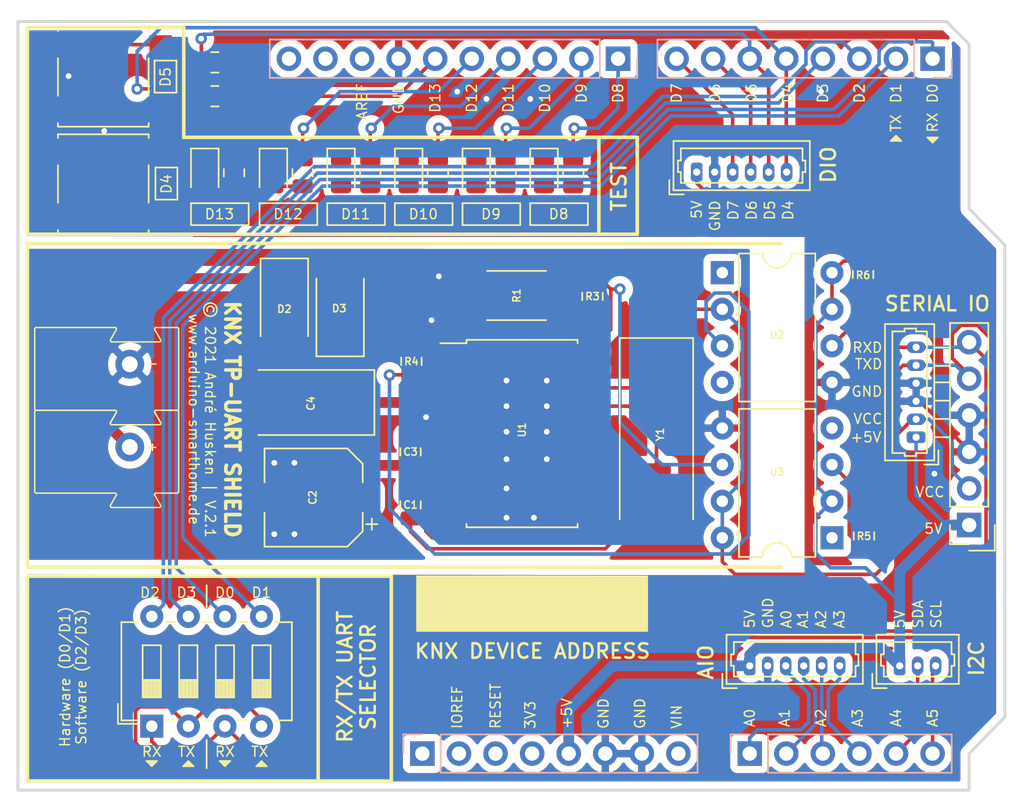
<source format=kicad_pcb>
(kicad_pcb (version 20171130) (host pcbnew "(5.1.2-1)-1")
  (layers (0 F.Cu signal) (31 B.Cu signal) (34 B.Paste user) (35 F.Paste user) (36 B.SilkS user) (37 F.SilkS user) (38 B.Mask user) (39 F.Mask user) (44 Edge.Cuts user))
  (net 0 "")
  (net 1 D13)
  (net 2 GND)
  (net 3 "Net-(C1-Pad2)")
  (net 4 "Net-(D1-Pad2)")
  (net 5 "Net-(R1-Pad2)")
  (net 6 "Net-(C2-Pad1)")
  (net 7 "Net-(C3-Pad2)")
  (net 8 VCC)
  (net 9 D0)
  (net 10 D1)
  (net 11 "Net-(R4-Pad1)")
  (net 12 "Net-(U1-Pad17)")
  (net 13 "Net-(U1-Pad18)")
  (net 14 D2)
  (net 15 D3)
  (net 16 D4)
  (net 17 D5)
  (net 18 D6)
  (net 19 D8)
  (net 20 D9)
  (net 21 D10)
  (net 22 D11)
  (net 23 D12)
  (net 24 A0)
  (net 25 A1)
  (net 26 A2)
  (net 27 A3)
  (net 28 A4)
  (net 29 A5)
  (net 30 +5V)
  (net 31 TXD)
  (net 32 RXD)
  (net 33 "Net-(D4-Pad2)")
  (net 34 "Net-(D5-Pad2)")
  (net 35 "Net-(D6-Pad2)")
  (net 36 "Net-(D7-Pad2)")
  (net 37 "Net-(D8-Pad2)")
  (net 38 "Net-(C1-Pad1)")
  (net 39 D7)
  (net 40 "Net-(R3-Pad1)")
  (net 41 "Net-(R4-Pad2)")
  (net 42 "Net-(R5-Pad2)")
  (net 43 KNX-)
  (net 44 KNX+)
  (module Connector_PinHeader_2.54mm:PinHeader_1x08_P2.54mm_Vertical (layer B.Cu) (at 191.77 69.596 90)
    (fp_text reference J1 hide)
    (fp_text value Conn_01x08_Male)
    (pad 1 thru_hole rect (at 0 0 90) (size 1.7 1.7) (drill 1) (layers *.Cu *.Mask) (net 9 D0))
    (pad 2 thru_hole oval (at 0 -2.54 90) (size 1.7 1.7) (drill 1) (layers *.Cu *.Mask) (net 10 D1))
    (pad 3 thru_hole oval (at 0 -5.08 90) (size 1.7 1.7) (drill 1) (layers *.Cu *.Mask) (net 14 D2))
    (pad 4 thru_hole oval (at 0 -7.62 90) (size 1.7 1.7) (drill 1) (layers *.Cu *.Mask) (net 15 D3))
    (pad 5 thru_hole oval (at 0 -10.16 90) (size 1.7 1.7) (drill 1) (layers *.Cu *.Mask) (net 16 D4))
    (pad 6 thru_hole oval (at 0 -12.7 90) (size 1.7 1.7) (drill 1) (layers *.Cu *.Mask) (net 17 D5))
    (pad 7 thru_hole oval (at 0 -15.24 90) (size 1.7 1.7) (drill 1) (layers *.Cu *.Mask) (net 18 D6))
    (pad 8 thru_hole oval (at 0 -17.78 90) (size 1.7 1.7) (drill 1) (layers *.Cu *.Mask) (net 39 D7))
  )
  (module Connector_PinHeader_2.54mm:PinHeader_1x10_P2.54mm_Vertical (layer B.Cu) (at 169.926 69.596 90)
    (fp_text reference J2 hide)
    (fp_text value Conn_01x10_Male)
    (pad 10 thru_hole oval (at 0 -22.86 90) (size 1.7 1.7) (drill 1) (layers *.Cu *.Mask))
    (pad 9 thru_hole oval (at 0 -20.32 90) (size 1.7 1.7) (drill 1) (layers *.Cu *.Mask))
    (pad 8 thru_hole oval (at 0 -17.78 90) (size 1.7 1.7) (drill 1) (layers *.Cu *.Mask))
    (pad 7 thru_hole oval (at 0 -15.24 90) (size 1.7 1.7) (drill 1) (layers *.Cu *.Mask) (net 2 GND))
    (pad 6 thru_hole oval (at 0 -12.7 90) (size 1.7 1.7) (drill 1) (layers *.Cu *.Mask) (net 1 D13))
    (pad 5 thru_hole oval (at 0 -10.16 90) (size 1.7 1.7) (drill 1) (layers *.Cu *.Mask) (net 23 D12))
    (pad 4 thru_hole oval (at 0 -7.62 90) (size 1.7 1.7) (drill 1) (layers *.Cu *.Mask) (net 22 D11))
    (pad 3 thru_hole oval (at 0 -5.08 90) (size 1.7 1.7) (drill 1) (layers *.Cu *.Mask) (net 21 D10))
    (pad 2 thru_hole oval (at 0 -2.54 90) (size 1.7 1.7) (drill 1) (layers *.Cu *.Mask) (net 20 D9))
    (pad 1 thru_hole rect (at 0 0 90) (size 1.7 1.7) (drill 1) (layers *.Cu *.Mask) (net 19 D8))
  )
  (module Connector_PinHeader_2.54mm:PinHeader_1x06_P2.54mm_Vertical (layer B.Cu) (at 179.07 117.856 270)
    (fp_text reference J3 hide)
    (fp_text value Conn_01x06_Male)
    (pad 1 thru_hole rect (at 0 0 270) (size 1.7 1.7) (drill 1) (layers *.Cu *.Mask) (net 24 A0))
    (pad 2 thru_hole oval (at 0 -2.54 270) (size 1.7 1.7) (drill 1) (layers *.Cu *.Mask) (net 25 A1))
    (pad 3 thru_hole oval (at 0 -5.08 270) (size 1.7 1.7) (drill 1) (layers *.Cu *.Mask) (net 26 A2))
    (pad 4 thru_hole oval (at 0 -7.62 270) (size 1.7 1.7) (drill 1) (layers *.Cu *.Mask) (net 27 A3))
    (pad 5 thru_hole oval (at 0 -10.16 270) (size 1.7 1.7) (drill 1) (layers *.Cu *.Mask) (net 28 A4))
    (pad 6 thru_hole oval (at 0 -12.7 270) (size 1.7 1.7) (drill 1) (layers *.Cu *.Mask) (net 29 A5))
  )
  (module Connector_PinHeader_2.54mm:PinHeader_1x08_P2.54mm_Vertical (layer B.Cu) (at 156.337 117.856 270)
    (fp_text reference J4 hide)
    (fp_text value Conn_01x08_Male)
    (pad 8 thru_hole oval (at 0 -17.78 270) (size 1.7 1.7) (drill 1) (layers *.Cu *.Mask))
    (pad 7 thru_hole oval (at 0 -15.24 270) (size 1.7 1.7) (drill 1) (layers *.Cu *.Mask) (net 2 GND))
    (pad 6 thru_hole oval (at 0 -12.7 270) (size 1.7 1.7) (drill 1) (layers *.Cu *.Mask) (net 2 GND))
    (pad 5 thru_hole oval (at 0 -10.16 270) (size 1.7 1.7) (drill 1) (layers *.Cu *.Mask) (net 30 +5V))
    (pad 4 thru_hole oval (at 0 -7.62 270) (size 1.7 1.7) (drill 1) (layers *.Cu *.Mask))
    (pad 3 thru_hole oval (at 0 -5.08 270) (size 1.7 1.7) (drill 1) (layers *.Cu *.Mask))
    (pad 2 thru_hole oval (at 0 -2.54 270) (size 1.7 1.7) (drill 1) (layers *.Cu *.Mask))
    (pad 1 thru_hole rect (at 0 0 270) (size 1.7 1.7) (drill 1) (layers *.Cu *.Mask))
  )
  (module LED_SMD:LED_0805_2012Metric (layer F.Cu) (at 141.224 77.5185 270)
    (fp_text reference D1 hide)
    (fp_text value LED)
    (pad 1 smd roundrect (at -0.9375 0 270) (size 0.975 1.4) (layers F.Cu F.Paste F.Mask) (net 2 GND))
    (pad 2 smd roundrect (at 0.9375 0 270) (size 0.975 1.4) (layers F.Cu F.Paste F.Mask) (net 4 "Net-(D1-Pad2)"))
  )
  (module Package_SO:SOIC-20W_7.5x12.8mm_P1.27mm (layer F.Cu) (at 163.2585 95.631)
    (fp_text reference U1 (at 0 -0.254 270) (layer F.SilkS) (effects (font (size 0.508 0.508) (thickness 0.1016))))
    (fp_text value EIB-TP-UART)
    (pad 1 smd roundrect (at -4.65 -5.715) (size 2.05 0.6) (layers F.Cu F.Paste F.Mask) (net 41 "Net-(R4-Pad2)"))
    (pad 2 smd roundrect (at -4.65 -4.445) (size 2.05 0.6) (layers F.Cu F.Paste F.Mask))
    (pad 3 smd roundrect (at -4.65 -3.175) (size 2.05 0.6) (layers F.Cu F.Paste F.Mask) (net 8 VCC))
    (pad 4 smd roundrect (at -4.65 -1.905) (size 2.05 0.6) (layers F.Cu F.Paste F.Mask) (net 43 KNX-))
    (pad 5 smd roundrect (at -4.65 -0.635) (size 2.05 0.6) (layers F.Cu F.Paste F.Mask))
    (pad 6 smd roundrect (at -4.65 0.635) (size 2.05 0.6) (layers F.Cu F.Paste F.Mask) (net 8 VCC))
    (pad 7 smd roundrect (at -4.65 1.905) (size 2.05 0.6) (layers F.Cu F.Paste F.Mask) (net 8 VCC))
    (pad 8 smd roundrect (at -4.65 3.175) (size 2.05 0.6) (layers F.Cu F.Paste F.Mask) (net 7 "Net-(C3-Pad2)"))
    (pad 9 smd roundrect (at -4.65 4.445) (size 2.05 0.6) (layers F.Cu F.Paste F.Mask) (net 6 "Net-(C2-Pad1)"))
    (pad 10 smd roundrect (at -4.65 5.715) (size 2.05 0.6) (layers F.Cu F.Paste F.Mask) (net 38 "Net-(C1-Pad1)"))
    (pad 11 smd roundrect (at 4.65 5.715) (size 2.05 0.6) (layers F.Cu F.Paste F.Mask) (net 43 KNX-))
    (pad 12 smd roundrect (at 4.65 4.445) (size 2.05 0.6) (layers F.Cu F.Paste F.Mask) (net 5 "Net-(R1-Pad2)"))
    (pad 13 smd roundrect (at 4.65 3.175) (size 2.05 0.6) (layers F.Cu F.Paste F.Mask) (net 3 "Net-(C1-Pad2)"))
    (pad 14 smd roundrect (at 4.65 1.905) (size 2.05 0.6) (layers F.Cu F.Paste F.Mask) (net 8 VCC))
    (pad 15 smd roundrect (at 4.65 0.635) (size 2.05 0.6) (layers F.Cu F.Paste F.Mask) (net 8 VCC))
    (pad 16 smd roundrect (at 4.65 -0.635) (size 2.05 0.6) (layers F.Cu F.Paste F.Mask) (net 43 KNX-))
    (pad 17 smd roundrect (at 4.65 -1.905) (size 2.05 0.6) (layers F.Cu F.Paste F.Mask) (net 12 "Net-(U1-Pad17)"))
    (pad 18 smd roundrect (at 4.65 -3.175) (size 2.05 0.6) (layers F.Cu F.Paste F.Mask) (net 13 "Net-(U1-Pad18)"))
    (pad 19 smd roundrect (at 4.65 -4.445) (size 2.05 0.6) (layers F.Cu F.Paste F.Mask))
    (pad 20 smd roundrect (at 4.65 -5.715) (size 2.05 0.6) (layers F.Cu F.Paste F.Mask) (net 40 "Net-(R3-Pad1)"))
  )
  (module Resistor_SMD:R_0805_2012Metric (layer F.Cu) (at 143.256 77.5185 90)
    (fp_text reference R2 hide)
    (fp_text value 1K)
    (pad 1 smd roundrect (at -0.9375 0 90) (size 0.975 1.4) (layers F.Cu F.Paste F.Mask) (net 4 "Net-(D1-Pad2)"))
    (pad 2 smd roundrect (at 0.9375 0 90) (size 0.975 1.4) (layers F.Cu F.Paste F.Mask) (net 1 D13))
  )
  (module Capacitor_SMD:C_0805_2012Metric (layer F.Cu) (at 155.5115 100.584 270)
    (fp_text reference C1 (at 0 0) (layer F.SilkS) (effects (font (size 0.508 0.508) (thickness 0.1016))))
    (fp_text value 47nF)
    (pad 1 smd roundrect (at -0.9375 0 270) (size 0.975 1.4) (layers F.Cu F.Paste F.Mask) (net 38 "Net-(C1-Pad1)"))
    (pad 2 smd roundrect (at 0.9375 0 270) (size 0.975 1.4) (layers F.Cu F.Paste F.Mask) (net 3 "Net-(C1-Pad2)"))
  )
  (module Capacitor_SMD:C_0805_2012Metric (layer F.Cu) (at 155.5115 96.901 90)
    (fp_text reference C3 (at 0 0 180) (layer F.SilkS) (effects (font (size 0.508 0.508) (thickness 0.1016))))
    (fp_text value 47nF)
    (pad 1 smd roundrect (at -0.9375 0 90) (size 0.975 1.4) (layers F.Cu F.Paste F.Mask) (net 6 "Net-(C2-Pad1)"))
    (pad 2 smd roundrect (at 0.9375 0 90) (size 0.975 1.4) (layers F.Cu F.Paste F.Mask) (net 7 "Net-(C3-Pad2)"))
  )
  (module Crystal:Crystal_SMD_HC49-SD (layer F.Cu) (at 172.593 95.6945 270)
    (fp_text reference Y1 (at 0 -0.254 90) (layer F.SilkS) (effects (font (size 0.508 0.508) (thickness 0.1016))))
    (fp_text value 4.915MHz)
    (pad 1 smd rect (at -4.25 0 270) (size 4.5 2) (layers F.Cu F.Paste F.Mask) (net 13 "Net-(U1-Pad18)"))
    (pad 2 smd rect (at 4.25 0 270) (size 4.5 2) (layers F.Cu F.Paste F.Mask) (net 12 "Net-(U1-Pad17)"))
  )
  (module Resistor_SMD:R_2512_6332Metric (layer F.Cu) (at 162.8775 86.0425)
    (fp_text reference R1 (at 0.0083 0 270) (layer F.SilkS) (effects (font (size 0.508 0.508) (thickness 0.1016))))
    (fp_text value 68/1W)
    (pad 1 smd roundrect (at -2.9 0) (size 1.35 3.35) (layers F.Cu F.Paste F.Mask) (roundrect_rratio 0.185185) (net 38 "Net-(C1-Pad1)"))
    (pad 2 smd roundrect (at 2.9 0) (size 1.35 3.35) (layers F.Cu F.Paste F.Mask) (roundrect_rratio 0.185185) (net 5 "Net-(R1-Pad2)"))
  )
  (module Connector_Molex:Molex_PicoBlade_53047-0610_1x06_P1.25mm_Vertical (layer F.Cu) (at 190.627 95.885 90)
    (fp_text reference J6 hide)
    (fp_text value Conn_01x06_Male)
    (pad 1 thru_hole roundrect (at 0 0 90) (size 0.8 1.3) (drill 0.5) (layers *.Cu *.Mask) (net 30 +5V))
    (pad 2 thru_hole oval (at 1.25 0 90) (size 0.8 1.3) (drill 0.5) (layers *.Cu *.Mask) (net 8 VCC))
    (pad 3 thru_hole oval (at 2.5 0 90) (size 0.8 1.3) (drill 0.5) (layers *.Cu *.Mask) (net 2 GND))
    (pad 4 thru_hole oval (at 3.75 0 90) (size 0.8 1.3) (drill 0.5) (layers *.Cu *.Mask) (net 2 GND))
    (pad 5 thru_hole oval (at 5 0 90) (size 0.8 1.3) (drill 0.5) (layers *.Cu *.Mask) (net 31 TXD))
    (pad 6 thru_hole oval (at 6.25 0 90) (size 0.8 1.3) (drill 0.5) (layers *.Cu *.Mask) (net 32 RXD))
  )
  (module Connector_PinSocket_2.54mm:PinSocket_1x06_P2.54mm_Vertical (layer F.Cu) (at 194.31 101.981 180)
    (fp_text reference J7 hide)
    (fp_text value Conn_01x06_Male)
    (pad 1 thru_hole rect (at 0 0 180) (size 1.7 1.7) (drill 1) (layers *.Cu *.Mask) (net 30 +5V))
    (pad 2 thru_hole oval (at 0 2.54 180) (size 1.7 1.7) (drill 1) (layers *.Cu *.Mask) (net 8 VCC))
    (pad 3 thru_hole oval (at 0 5.08 180) (size 1.7 1.7) (drill 1) (layers *.Cu *.Mask) (net 2 GND))
    (pad 4 thru_hole oval (at 0 7.62 180) (size 1.7 1.7) (drill 1) (layers *.Cu *.Mask) (net 2 GND))
    (pad 5 thru_hole oval (at 0 10.16 180) (size 1.7 1.7) (drill 1) (layers *.Cu *.Mask) (net 31 TXD))
    (pad 6 thru_hole oval (at 0 12.7 180) (size 1.7 1.7) (drill 1) (layers *.Cu *.Mask) (net 32 RXD))
  )
  (module LED_SMD:LED_0805_2012Metric (layer F.Cu) (at 145.9865 77.5185 270)
    (fp_text reference D4 hide)
    (fp_text value LED)
    (pad 1 smd roundrect (at -0.9375 0 270) (size 0.975 1.4) (layers F.Cu F.Paste F.Mask) (net 2 GND))
    (pad 2 smd roundrect (at 0.9375 0 270) (size 0.975 1.4) (layers F.Cu F.Paste F.Mask) (net 33 "Net-(D4-Pad2)"))
  )
  (module LED_SMD:LED_0805_2012Metric (layer F.Cu) (at 150.6855 77.5185 270)
    (fp_text reference D5 hide)
    (fp_text value LED)
    (pad 2 smd roundrect (at 0.9375 0 270) (size 0.975 1.4) (layers F.Cu F.Paste F.Mask) (net 34 "Net-(D5-Pad2)"))
    (pad 1 smd roundrect (at -0.9375 0 270) (size 0.975 1.4) (layers F.Cu F.Paste F.Mask) (net 2 GND))
  )
  (module LED_SMD:LED_0805_2012Metric (layer F.Cu) (at 155.3845 77.5185 270)
    (fp_text reference D6 hide)
    (fp_text value LED)
    (pad 1 smd roundrect (at -0.9375 0 270) (size 0.975 1.4) (layers F.Cu F.Paste F.Mask) (net 2 GND))
    (pad 2 smd roundrect (at 0.9375 0 270) (size 0.975 1.4) (layers F.Cu F.Paste F.Mask) (net 35 "Net-(D6-Pad2)"))
  )
  (module LED_SMD:LED_0805_2012Metric (layer F.Cu) (at 160.0835 77.5185 270)
    (fp_text reference D7 hide)
    (fp_text value LED)
    (pad 2 smd roundrect (at 0.9375 0 270) (size 0.975 1.4) (layers F.Cu F.Paste F.Mask) (net 36 "Net-(D7-Pad2)"))
    (pad 1 smd roundrect (at -0.9375 0 270) (size 0.975 1.4) (layers F.Cu F.Paste F.Mask) (net 2 GND))
  )
  (module LED_SMD:LED_0805_2012Metric (layer F.Cu) (at 164.7825 77.5185 270)
    (fp_text reference D8 hide)
    (fp_text value LED)
    (pad 1 smd roundrect (at -0.9375 0 270) (size 0.975 1.4) (layers F.Cu F.Paste F.Mask) (net 2 GND))
    (pad 2 smd roundrect (at 0.9375 0 270) (size 0.975 1.4) (layers F.Cu F.Paste F.Mask) (net 37 "Net-(D8-Pad2)"))
  )
  (module Resistor_SMD:R_0805_2012Metric (layer F.Cu) (at 148.0185 77.5185 90)
    (fp_text reference R7 hide)
    (fp_text value 1K)
    (pad 1 smd roundrect (at -0.9375 0 90) (size 0.975 1.4) (layers F.Cu F.Paste F.Mask) (net 33 "Net-(D4-Pad2)"))
    (pad 2 smd roundrect (at 0.9375 0 90) (size 0.975 1.4) (layers F.Cu F.Paste F.Mask) (net 23 D12))
  )
  (module Resistor_SMD:R_0805_2012Metric (layer F.Cu) (at 152.7175 77.5185 90)
    (fp_text reference R8 hide)
    (fp_text value 1K)
    (pad 2 smd roundrect (at 0.9375 0 90) (size 0.975 1.4) (layers F.Cu F.Paste F.Mask) (net 22 D11))
    (pad 1 smd roundrect (at -0.9375 0 90) (size 0.975 1.4) (layers F.Cu F.Paste F.Mask) (net 34 "Net-(D5-Pad2)"))
  )
  (module Resistor_SMD:R_0805_2012Metric (layer F.Cu) (at 157.4165 77.5185 90)
    (fp_text reference R9 hide)
    (fp_text value 1K)
    (pad 1 smd roundrect (at -0.9375 0 90) (size 0.975 1.4) (layers F.Cu F.Paste F.Mask) (net 35 "Net-(D6-Pad2)"))
    (pad 2 smd roundrect (at 0.9375 0 90) (size 0.975 1.4) (layers F.Cu F.Paste F.Mask) (net 21 D10))
  )
  (module Resistor_SMD:R_0805_2012Metric (layer F.Cu) (at 162.1155 77.5185 90)
    (fp_text reference R10 hide)
    (fp_text value 1K)
    (pad 2 smd roundrect (at 0.9375 0 90) (size 0.975 1.4) (layers F.Cu F.Paste F.Mask) (net 20 D9))
    (pad 1 smd roundrect (at -0.9375 0 90) (size 0.975 1.4) (layers F.Cu F.Paste F.Mask) (net 36 "Net-(D7-Pad2)"))
  )
  (module Resistor_SMD:R_0805_2012Metric (layer F.Cu) (at 166.8145 77.5231 90)
    (fp_text reference R11 hide)
    (fp_text value 1K)
    (pad 1 smd roundrect (at -0.9375 0 90) (size 0.975 1.4) (layers F.Cu F.Paste F.Mask) (net 37 "Net-(D8-Pad2)"))
    (pad 2 smd roundrect (at 0.9375 0 90) (size 0.975 1.4) (layers F.Cu F.Paste F.Mask) (net 19 D8))
  )
  (module Connector_Molex:Molex_PicoBlade_53047-0610_1x06_P1.25mm_Vertical (layer F.Cu) (at 175.387 77.47)
    (fp_text reference J8 hide)
    (fp_text value Conn_01x06_Male)
    (pad 1 thru_hole roundrect (at 0 0) (size 0.8 1.3) (drill 0.5) (layers *.Cu *.Mask) (net 30 +5V))
    (pad 2 thru_hole oval (at 1.25 0) (size 0.8 1.3) (drill 0.5) (layers *.Cu *.Mask) (net 2 GND))
    (pad 3 thru_hole oval (at 2.5 0) (size 0.8 1.3) (drill 0.5) (layers *.Cu *.Mask) (net 39 D7))
    (pad 4 thru_hole oval (at 3.75 0) (size 0.8 1.3) (drill 0.5) (layers *.Cu *.Mask) (net 18 D6))
    (pad 5 thru_hole oval (at 5 0) (size 0.8 1.3) (drill 0.5) (layers *.Cu *.Mask) (net 17 D5))
    (pad 6 thru_hole oval (at 6.25 0) (size 0.8 1.3) (drill 0.5) (layers *.Cu *.Mask) (net 16 D4))
  )
  (module Connector_Molex:Molex_PicoBlade_53047-0310_1x03_P1.25mm_Vertical (layer F.Cu) (at 189.484 111.76)
    (fp_text reference J9 hide)
    (fp_text value Conn_01x03_Male)
    (pad 1 thru_hole roundrect (at 0 0) (size 0.8 1.3) (drill 0.5) (layers *.Cu *.Mask) (net 30 +5V))
    (pad 2 thru_hole oval (at 1.25 0) (size 0.8 1.3) (drill 0.5) (layers *.Cu *.Mask) (net 28 A4))
    (pad 3 thru_hole oval (at 2.5 0) (size 0.8 1.3) (drill 0.5) (layers *.Cu *.Mask) (net 29 A5))
  )
  (module Connector_Molex:Molex_PicoBlade_53047-0610_1x06_P1.25mm_Vertical (layer F.Cu) (at 179.07 111.76)
    (fp_text reference J10 hide)
    (fp_text value Conn_01x06_Male)
    (pad 1 thru_hole roundrect (at 0 0) (size 0.8 1.3) (drill 0.5) (layers *.Cu *.Mask) (net 30 +5V))
    (pad 2 thru_hole oval (at 1.25 0) (size 0.8 1.3) (drill 0.5) (layers *.Cu *.Mask) (net 2 GND))
    (pad 3 thru_hole oval (at 2.5 0) (size 0.8 1.3) (drill 0.5) (layers *.Cu *.Mask) (net 24 A0))
    (pad 4 thru_hole oval (at 3.75 0) (size 0.8 1.3) (drill 0.5) (layers *.Cu *.Mask) (net 25 A1))
    (pad 5 thru_hole oval (at 5 0) (size 0.8 1.3) (drill 0.5) (layers *.Cu *.Mask) (net 26 A2))
    (pad 6 thru_hole oval (at 6.25 0) (size 0.8 1.3) (drill 0.5) (layers *.Cu *.Mask) (net 27 A3))
  )
  (module Button_Switch_THT:SW_DIP_SPSTx04_Slide_6.7x11.72mm_W7.62mm_P2.54mm_LowProfile (layer F.Cu) (at 137.541 115.951 90)
    (fp_text reference SW1 hide)
    (fp_text value SW_DIP_x04)
    (pad 1 thru_hole rect (at 0 0 90) (size 1.6 1.6) (drill 0.8) (layers *.Cu *.Mask) (net 32 RXD))
    (pad 5 thru_hole oval (at 7.62 7.62 90) (size 1.6 1.6) (drill 0.8) (layers *.Cu *.Mask) (net 10 D1))
    (pad 2 thru_hole oval (at 0 2.54 90) (size 1.6 1.6) (drill 0.8) (layers *.Cu *.Mask) (net 31 TXD))
    (pad 6 thru_hole oval (at 7.62 5.08 90) (size 1.6 1.6) (drill 0.8) (layers *.Cu *.Mask) (net 9 D0))
    (pad 3 thru_hole oval (at 0 5.08 90) (size 1.6 1.6) (drill 0.8) (layers *.Cu *.Mask) (net 32 RXD))
    (pad 7 thru_hole oval (at 7.62 2.54 90) (size 1.6 1.6) (drill 0.8) (layers *.Cu *.Mask) (net 15 D3))
    (pad 4 thru_hole oval (at 0 7.62 90) (size 1.6 1.6) (drill 0.8) (layers *.Cu *.Mask) (net 31 TXD))
    (pad 8 thru_hole oval (at 7.62 0 90) (size 1.6 1.6) (drill 0.8) (layers *.Cu *.Mask) (net 14 D2))
  )
  (module Diode_SMD:D_SMA (layer F.Cu) (at 146.7485 86.868 270)
    (fp_text reference D2 (at 0.1143 0 180) (layer F.SilkS) (effects (font (size 0.508 0.508) (thickness 0.1016))))
    (fp_text value P4SMAJ43A)
    (pad 1 smd rect (at -2 0 270) (size 2.5 1.8) (layers F.Cu F.Paste F.Mask) (net 44 KNX+))
    (pad 2 smd rect (at 2 0 270) (size 2.5 1.8) (layers F.Cu F.Paste F.Mask) (net 43 KNX-))
  )
  (module Resistor_SMD:R_0805_2012Metric (layer F.Cu) (at 168.148 86.106 270)
    (fp_text reference R3 (at 0 0) (layer F.SilkS) (effects (font (size 0.508 0.508) (thickness 0.1016))))
    (fp_text value 10K)
    (pad 1 smd roundrect (at -0.9375 0 270) (size 0.975 1.4) (layers F.Cu F.Paste F.Mask) (net 40 "Net-(R3-Pad1)"))
    (pad 2 smd roundrect (at 0.9375 0 270) (size 0.975 1.4) (layers F.Cu F.Paste F.Mask) (net 8 VCC))
  )
  (module Resistor_SMD:R_0805_2012Metric (layer F.Cu) (at 155.575 90.6145 90)
    (fp_text reference R4 (at -0.015 0 180) (layer F.SilkS) (effects (font (size 0.508 0.508) (thickness 0.1016))))
    (fp_text value 820)
    (pad 2 smd roundrect (at 0.9375 0 90) (size 0.975 1.4) (layers F.Cu F.Paste F.Mask) (net 41 "Net-(R4-Pad2)"))
    (pad 1 smd roundrect (at -0.9375 0 90) (size 0.975 1.4) (layers F.Cu F.Paste F.Mask) (net 11 "Net-(R4-Pad1)"))
  )
  (module Resistor_SMD:R_0805_2012Metric (layer F.Cu) (at 187.0075 102.743 270)
    (fp_text reference R5 (at 0.015 0 180) (layer F.SilkS) (effects (font (size 0.508 0.508) (thickness 0.1016))))
    (fp_text value 820)
    (pad 1 smd roundrect (at -0.9375 0 270) (size 0.975 1.4) (layers F.Cu F.Paste F.Mask) (net 31 TXD))
    (pad 2 smd roundrect (at 0.9375 0 270) (size 0.975 1.4) (layers F.Cu F.Paste F.Mask) (net 42 "Net-(R5-Pad2)"))
  )
  (module Resistor_SMD:R_0805_2012Metric (layer F.Cu) (at 186.944 84.582 90)
    (fp_text reference R6 (at -0.0485 0 180) (layer F.SilkS) (effects (font (size 0.508 0.508) (thickness 0.1016))))
    (fp_text value 10K)
    (pad 2 smd roundrect (at 0.9375 0 90) (size 0.975 1.4) (layers F.Cu F.Paste F.Mask) (net 30 +5V))
    (pad 1 smd roundrect (at -0.9375 0 90) (size 0.975 1.4) (layers F.Cu F.Paste F.Mask) (net 32 RXD))
  )
  (module Capacitor_Tantalum_SMD:CP_EIA-7343-20_Kemet-V (layer F.Cu) (at 148.59 93.472 180)
    (fp_text reference C4 (at 0.001 -0.0635 270) (layer F.SilkS) (effects (font (size 0.508 0.508) (thickness 0.1016))))
    (fp_text value "T491D 6,8U 35")
    (pad 1 smd roundrect (at -3.1125 0 180) (size 2.075 2.55) (layers F.Cu F.Paste F.Mask) (roundrect_rratio 0.120482) (net 8 VCC))
    (pad 2 smd roundrect (at 3.1125 0 180) (size 2.075 2.55) (layers F.Cu F.Paste F.Mask) (roundrect_rratio 0.120482) (net 43 KNX-))
  )
  (module Capacitor_SMD:CP_Elec_6.3x7.7 (layer F.Cu) (at 148.7805 100.076 180)
    (fp_text reference C2 (at 0.0635 0 270) (layer F.SilkS) (effects (font (size 0.508 0.508) (thickness 0.1016))))
    (fp_text value 100uF/35V)
    (pad 1 smd roundrect (at -2.7 0 180) (size 3.5 1.6) (layers F.Cu F.Paste F.Mask) (roundrect_rratio 0.15625) (net 6 "Net-(C2-Pad1)"))
    (pad 2 smd roundrect (at 2.7 0 180) (size 3.5 1.6) (layers F.Cu F.Paste F.Mask) (roundrect_rratio 0.15625) (net 43 KNX-))
  )
  (module Diode_SMD:D_SMA (layer F.Cu) (at 150.622 86.868 90)
    (fp_text reference D3 (at -0.0725 -0.0635) (layer F.SilkS) (effects (font (size 0.508 0.508) (thickness 0.1016))))
    (fp_text value "RND US1M-AT")
    (pad 1 smd rect (at -2 0 90) (size 2.5 1.8) (layers F.Cu F.Paste F.Mask) (net 38 "Net-(C1-Pad1)"))
    (pad 2 smd rect (at 2 0 90) (size 2.5 1.8) (layers F.Cu F.Paste F.Mask) (net 44 KNX+))
  )
  (module Package_DIP:DIP-8_W7.62mm (layer F.Cu) (at 177.165 84.455)
    (fp_text reference U2 (at 3.81 4.318) (layer F.SilkS) (effects (font (size 0.508 0.508) (thickness 0.1016))))
    (fp_text value 6N137)
    (pad 1 thru_hole rect (at 0 0) (size 1.6 1.6) (drill 0.8) (layers *.Cu *.Mask))
    (pad 5 thru_hole oval (at 7.62 7.62) (size 1.6 1.6) (drill 0.8) (layers *.Cu *.Mask) (net 2 GND))
    (pad 2 thru_hole oval (at 0 2.54) (size 1.6 1.6) (drill 0.8) (layers *.Cu *.Mask) (net 8 VCC))
    (pad 6 thru_hole oval (at 7.62 5.08) (size 1.6 1.6) (drill 0.8) (layers *.Cu *.Mask) (net 32 RXD))
    (pad 3 thru_hole oval (at 0 5.08) (size 1.6 1.6) (drill 0.8) (layers *.Cu *.Mask) (net 11 "Net-(R4-Pad1)"))
    (pad 7 thru_hole oval (at 7.62 2.54) (size 1.6 1.6) (drill 0.8) (layers *.Cu *.Mask) (net 30 +5V))
    (pad 4 thru_hole oval (at 0 7.62) (size 1.6 1.6) (drill 0.8) (layers *.Cu *.Mask))
    (pad 8 thru_hole oval (at 7.62 0) (size 1.6 1.6) (drill 0.8) (layers *.Cu *.Mask) (net 30 +5V))
  )
  (module Package_DIP:DIP-8_W7.62mm (layer F.Cu) (at 184.785 102.87 180)
    (fp_text reference U3 (at 3.81 4.572) (layer F.SilkS) (effects (font (size 0.508 0.508) (thickness 0.1016))))
    (fp_text value 6N137)
    (pad 8 thru_hole oval (at 7.62 0 180) (size 1.6 1.6) (drill 0.8) (layers *.Cu *.Mask) (net 8 VCC))
    (pad 4 thru_hole oval (at 0 7.62 180) (size 1.6 1.6) (drill 0.8) (layers *.Cu *.Mask))
    (pad 7 thru_hole oval (at 7.62 2.54 180) (size 1.6 1.6) (drill 0.8) (layers *.Cu *.Mask) (net 8 VCC))
    (pad 3 thru_hole oval (at 0 5.08 180) (size 1.6 1.6) (drill 0.8) (layers *.Cu *.Mask) (net 42 "Net-(R5-Pad2)"))
    (pad 6 thru_hole oval (at 7.62 5.08 180) (size 1.6 1.6) (drill 0.8) (layers *.Cu *.Mask) (net 40 "Net-(R3-Pad1)"))
    (pad 2 thru_hole oval (at 0 2.54 180) (size 1.6 1.6) (drill 0.8) (layers *.Cu *.Mask) (net 30 +5V))
    (pad 5 thru_hole oval (at 7.62 7.62 180) (size 1.6 1.6) (drill 0.8) (layers *.Cu *.Mask) (net 43 KNX-))
    (pad 1 thru_hole rect (at 0 0 180) (size 1.6 1.6) (drill 0.8) (layers *.Cu *.Mask))
  )
  (module Resistor_SMD:R_0805_2012Metric (layer F.Cu) (at 141.9225 72.1995)
    (fp_text reference R12 hide)
    (fp_text value 10K)
    (pad 2 smd roundrect (at 0.9375 0) (size 0.975 1.4) (layers F.Cu F.Paste F.Mask) (net 2 GND))
    (pad 1 smd roundrect (at -0.9375 0) (size 0.975 1.4) (layers F.Cu F.Paste F.Mask) (net 16 D4))
  )
  (module Resistor_SMD:R_0805_2012Metric (layer F.Cu) (at 141.9225 69.85)
    (fp_text reference R13 hide)
    (fp_text value 10K)
    (pad 1 smd roundrect (at -0.9375 0) (size 0.975 1.4) (layers F.Cu F.Paste F.Mask) (net 17 D5))
    (pad 2 smd roundrect (at 0.9375 0) (size 0.975 1.4) (layers F.Cu F.Paste F.Mask) (net 2 GND))
  )
  (module Button_Switch_SMD:SW_SPST_B3S-1000 (layer F.Cu) (at 134.1755 78.2955)
    (fp_text reference SW2 hide)
    (fp_text value SW_Push)
    (pad 1 smd rect (at -3.975 -2.25) (size 1.55 1.3) (layers F.Cu F.Paste F.Mask) (net 16 D4))
    (pad 1 smd rect (at 3.975 -2.25) (size 1.55 1.3) (layers F.Cu F.Paste F.Mask) (net 16 D4))
    (pad 2 smd rect (at -3.975 2.25) (size 1.55 1.3) (layers F.Cu F.Paste F.Mask) (net 30 +5V))
    (pad 2 smd rect (at 3.975 2.25) (size 1.55 1.3) (layers F.Cu F.Paste F.Mask) (net 30 +5V))
  )
  (module Button_Switch_SMD:SW_SPST_B3S-1000 (layer F.Cu) (at 134.1755 70.866)
    (fp_text reference SW3 hide)
    (fp_text value SW_Push)
    (pad 2 smd rect (at 3.975 2.25) (size 1.55 1.3) (layers F.Cu F.Paste F.Mask) (net 30 +5V))
    (pad 2 smd rect (at -3.975 2.25) (size 1.55 1.3) (layers F.Cu F.Paste F.Mask) (net 30 +5V))
    (pad 1 smd rect (at 3.975 -2.25) (size 1.55 1.3) (layers F.Cu F.Paste F.Mask) (net 17 D5))
    (pad 1 smd rect (at -3.975 -2.25) (size 1.55 1.3) (layers F.Cu F.Paste F.Mask) (net 17 D5))
  )
  (module Connector_Wago:Wago_KNX_243-211_1x02_P5.75mm_Vertical_Top (layer F.Cu) (at 129.413 88.265)
    (fp_text reference J5 hide)
    (fp_text value KNX)
    (fp_text user - (at 8.1788 2.4892) (layer F.SilkS) (effects (font (size 0.6 0.6) (thickness 0.1))))
    (fp_text user + (at 8.1788 8.2804) (layer F.SilkS) (effects (font (size 0.6 0.6) (thickness 0.1))))
    (pad 2 thru_hole circle (at 6.6 2.55) (size 2 2) (drill 1.1) (layers *.Cu *.Mask) (net 43 KNX-))
    (pad 1 thru_hole circle (at 6.6 8.3) (size 2 2) (drill 1.1) (layers *.Cu *.Mask) (net 44 KNX+))
  )
  (gr_line (start 137.7315 71.953) (end 137.7315 69.723) (layer F.SilkS) (width 0.12))
  (gr_line (start 137.7315 69.723) (end 139.2555 69.723) (layer F.SilkS) (width 0.12))
  (gr_line (start 139.2555 71.953) (end 139.2555 69.723) (layer F.SilkS) (width 0.12))
  (gr_line (start 137.7315 71.953) (end 139.2555 71.953) (layer F.SilkS) (width 0.12))
  (gr_text D5 (at 138.4935 70.866 90) (layer F.SilkS) (effects (font (size 0.7 0.7) (thickness 0.1))))
  (gr_line (start 137.795 77.1525) (end 139.319 77.1525) (layer F.SilkS) (width 0.12))
  (gr_line (start 139.319 79.3825) (end 139.319 77.1525) (layer F.SilkS) (width 0.12))
  (gr_line (start 137.795 79.3825) (end 137.795 77.1525) (layer F.SilkS) (width 0.12))
  (gr_line (start 137.795 79.3825) (end 139.319 79.3825) (layer F.SilkS) (width 0.12))
  (gr_text D4 (at 138.557 78.2955 90) (layer F.SilkS) (effects (font (size 0.7 0.7) (thickness 0.1))))
  (gr_line (start 139.7635 67.437) (end 128.905 67.437) (layer F.SilkS) (width 0.25))
  (gr_text TEST (at 169.9895 78.486 90) (layer F.SilkS) (effects (font (size 1 1) (thickness 0.175))))
  (gr_line (start 171.2595 75.057) (end 171.2595 81.788) (layer F.SilkS) (width 0.25))
  (gr_line (start 128.905 67.437) (end 128.905 81.788) (layer F.SilkS) (width 0.25))
  (gr_line (start 139.7635 75.057) (end 171.2595 75.057) (layer F.SilkS) (width 0.25))
  (gr_line (start 128.905 82.423) (end 181.229 82.423) (layer F.SilkS) (width 0.25))
  (gr_text "KNX DEVICE ADDRESS" (at 155.702 110.744) (layer F.SilkS) (effects (font (size 1 1) (thickness 0.175)) (justify left)))
  (gr_poly (pts (xy 155.956 105.537) (xy 155.956 109.347) (xy 171.958 109.347) (xy 171.958 105.537)) (layer F.SilkS) (width 0.1))
  (gr_line (start 128.905 104.902) (end 128.905 82.423) (layer F.SilkS) (width 0.25))
  (gr_line (start 149.098 119.761) (end 149.098 105.537) (layer F.SilkS) (width 0.25))
  (gr_line (start 128.905 119.761) (end 154.178 119.761) (layer F.SilkS) (width 0.25))
  (gr_line (start 128.905 105.537) (end 154.178 105.537) (layer F.SilkS) (width 0.25))
  (gr_line (start 154.178 119.761) (end 154.178 105.537) (layer F.SilkS) (width 0.25))
  (gr_line (start 128.905 119.761) (end 128.905 105.537) (layer F.SilkS) (width 0.25))
  (gr_line (start 168.5925 75.057) (end 168.5925 81.788) (layer F.SilkS) (width 0.25))
  (gr_line (start 128.905 81.788) (end 171.2595 81.788) (layer F.SilkS) (width 0.25))
  (gr_line (start 139.7635 67.437) (end 139.7635 75.057) (layer F.SilkS) (width 0.25))
  (gr_poly (pts (xy 140.462 118.745) (xy 139.7 118.745) (xy 140.081 118.364)) (layer F.SilkS) (width 0.1))
  (gr_poly (pts (xy 137.16 118.364) (xy 137.922 118.364) (xy 137.541 118.745)) (layer F.SilkS) (width 0.1))
  (gr_poly (pts (xy 142.24 118.364) (xy 143.002 118.364) (xy 142.621 118.745)) (layer F.SilkS) (width 0.1))
  (gr_poly (pts (xy 145.542 118.745) (xy 144.78 118.745) (xy 145.161 118.364)) (layer F.SilkS) (width 0.1))
  (gr_text "RX/TX UART\nSELECTOR" (at 151.765 112.522 90) (layer F.SilkS) (effects (font (size 1 1) (thickness 0.175))))
  (gr_text DIO (at 184.531 76.962 90) (layer F.SilkS) (effects (font (size 1 1) (thickness 0.175))))
  (gr_text "SERIAL IO" (at 188.341 86.614) (layer F.SilkS) (effects (font (size 1 1) (thickness 0.175)) (justify left)))
  (gr_text I2C (at 194.818 111.252 90) (layer F.SilkS) (effects (font (size 1 1) (thickness 0.175))))
  (gr_text AIO (at 176.022 111.506 90) (layer F.SilkS) (effects (font (size 1 1) (thickness 0.175))))
  (gr_line (start 163.8225 79.629) (end 163.8225 81.153) (layer F.SilkS) (width 0.12))
  (gr_line (start 167.8305 79.629) (end 167.8305 81.153) (layer F.SilkS) (width 0.12))
  (gr_line (start 163.8225 81.153) (end 167.8305 81.153) (layer F.SilkS) (width 0.12))
  (gr_line (start 163.8225 79.629) (end 167.8305 79.629) (layer F.SilkS) (width 0.12))
  (gr_text D8 (at 165.7985 80.391) (layer F.SilkS) (effects (font (size 0.7 0.7) (thickness 0.1))))
  (gr_line (start 159.1235 81.153) (end 163.1315 81.153) (layer F.SilkS) (width 0.12))
  (gr_line (start 163.1315 79.629) (end 163.1315 81.153) (layer F.SilkS) (width 0.12))
  (gr_line (start 159.1235 79.629) (end 159.1235 81.153) (layer F.SilkS) (width 0.12))
  (gr_line (start 159.1235 79.629) (end 163.1315 79.629) (layer F.SilkS) (width 0.12))
  (gr_text D9 (at 161.0995 80.391) (layer F.SilkS) (effects (font (size 0.7 0.7) (thickness 0.1))))
  (gr_line (start 154.4245 79.629) (end 154.4245 81.153) (layer F.SilkS) (width 0.12))
  (gr_line (start 158.4325 79.629) (end 158.4325 81.153) (layer F.SilkS) (width 0.12))
  (gr_line (start 154.4245 81.153) (end 158.4325 81.153) (layer F.SilkS) (width 0.12))
  (gr_line (start 154.4245 79.629) (end 158.4325 79.629) (layer F.SilkS) (width 0.12))
  (gr_text D10 (at 156.4005 80.391) (layer F.SilkS) (effects (font (size 0.7 0.7) (thickness 0.1))))
  (gr_line (start 149.7255 79.629) (end 153.7335 79.629) (layer F.SilkS) (width 0.12))
  (gr_line (start 153.7335 79.629) (end 153.7335 81.153) (layer F.SilkS) (width 0.12))
  (gr_line (start 149.7255 79.629) (end 149.7255 81.153) (layer F.SilkS) (width 0.12))
  (gr_line (start 149.7255 81.153) (end 153.7335 81.153) (layer F.SilkS) (width 0.12))
  (gr_text D11 (at 151.7015 80.391) (layer F.SilkS) (effects (font (size 0.7 0.7) (thickness 0.1))))
  (gr_line (start 145.0265 81.153) (end 149.0345 81.153) (layer F.SilkS) (width 0.12))
  (gr_line (start 145.0265 79.629) (end 145.0265 81.153) (layer F.SilkS) (width 0.12))
  (gr_line (start 145.0265 79.629) (end 149.0345 79.629) (layer F.SilkS) (width 0.12))
  (gr_line (start 149.0345 79.629) (end 149.0345 81.153) (layer F.SilkS) (width 0.12))
  (gr_text D12 (at 147.0025 80.391) (layer F.SilkS) (effects (font (size 0.7 0.7) (thickness 0.1))))
  (gr_line (start 144.272 79.629) (end 144.272 81.153) (layer F.SilkS) (width 0.12))
  (gr_line (start 140.264 79.629) (end 140.264 81.153) (layer F.SilkS) (width 0.12))
  (gr_line (start 140.264 81.153) (end 144.272 81.153) (layer F.SilkS) (width 0.12))
  (gr_line (start 140.264 79.629) (end 144.272 79.629) (layer F.SilkS) (width 0.12))
  (gr_text D13 (at 142.24 80.391) (layer F.SilkS) (effects (font (size 0.7 0.7) (thickness 0.1))))
  (gr_text D4 (at 181.737 79.375 90) (layer F.SilkS) (effects (font (size 0.7 0.7) (thickness 0.1)) (justify right)))
  (gr_text D5 (at 180.467 79.375 90) (layer F.SilkS) (effects (font (size 0.7 0.7) (thickness 0.1)) (justify right)))
  (gr_text D6 (at 179.197 79.375 90) (layer F.SilkS) (effects (font (size 0.7 0.7) (thickness 0.1)) (justify right)))
  (gr_text D7 (at 177.927 79.375 90) (layer F.SilkS) (effects (font (size 0.7 0.7) (thickness 0.1)) (justify right)))
  (gr_text GND (at 176.657 79.375 90) (layer F.SilkS) (effects (font (size 0.7 0.7) (thickness 0.1)) (justify right)))
  (gr_text 5V (at 175.387 79.375 90) (layer F.SilkS) (effects (font (size 0.7 0.7) (thickness 0.1)) (justify right)))
  (gr_line (start 196.088 103.759) (end 196.088 101.981) (layer F.SilkS) (width 0.12))
  (gr_line (start 194.31 103.759) (end 196.088 103.759) (layer F.SilkS) (width 0.12))
  (gr_text VCC (at 192.659 99.695) (layer F.SilkS) (effects (font (size 0.7 0.7) (thickness 0.1)) (justify right)))
  (gr_text 5V (at 192.532 102.235) (layer F.SilkS) (effects (font (size 0.7 0.7) (thickness 0.1)) (justify right)))
  (gr_line (start 191.897 95.885) (end 192.913 95.885) (layer F.SilkS) (width 0.12))
  (gr_line (start 191.897 94.615) (end 192.913 94.615) (layer F.SilkS) (width 0.12))
  (gr_line (start 191.897 93.345) (end 192.913 93.345) (layer F.SilkS) (width 0.12))
  (gr_line (start 191.897 92.075) (end 192.913 92.075) (layer F.SilkS) (width 0.12))
  (gr_line (start 191.897 90.932) (end 192.913 90.932) (layer F.SilkS) (width 0.12))
  (gr_line (start 191.897 89.662) (end 192.913 89.662) (layer F.SilkS) (width 0.12))
  (gr_text +5V (at 188.2775 95.885) (layer F.SilkS) (effects (font (size 0.7 0.7) (thickness 0.1)) (justify right)))
  (gr_text VCC (at 188.341 94.615) (layer F.SilkS) (effects (font (size 0.7 0.7) (thickness 0.1)) (justify right)))
  (gr_text GND (at 188.341 92.71) (layer F.SilkS) (effects (font (size 0.7 0.7) (thickness 0.1)) (justify right)))
  (gr_text TXD (at 188.341 90.805) (layer F.SilkS) (effects (font (size 0.7 0.7) (thickness 0.1)) (justify right)))
  (gr_text RXD (at 188.341 89.662) (layer F.SilkS) (effects (font (size 0.7 0.7) (thickness 0.1)) (justify right)))
  (gr_text SCL (at 192.024 109.22 90) (layer F.SilkS) (effects (font (size 0.7 0.7) (thickness 0.1)) (justify left)))
  (gr_text SDA (at 190.754 109.22 90) (layer F.SilkS) (effects (font (size 0.7 0.7) (thickness 0.1)) (justify left)))
  (gr_text 5V (at 189.484 109.22 90) (layer F.SilkS) (effects (font (size 0.7 0.7) (thickness 0.1)) (justify left)))
  (gr_text A3 (at 185.293 109.22 90) (layer F.SilkS) (effects (font (size 0.7 0.7) (thickness 0.1)) (justify left)))
  (gr_text A2 (at 184.023 109.22 90) (layer F.SilkS) (effects (font (size 0.7 0.7) (thickness 0.1)) (justify left)))
  (gr_text A1 (at 182.753 109.22 90) (layer F.SilkS) (effects (font (size 0.7 0.7) (thickness 0.1)) (justify left)))
  (gr_text A0 (at 181.61 109.22 90) (layer F.SilkS) (effects (font (size 0.7 0.7) (thickness 0.1)) (justify left)))
  (gr_text GND (at 180.34 109.22 90) (layer F.SilkS) (effects (font (size 0.7 0.7) (thickness 0.1)) (justify left)))
  (gr_text 5V (at 179.07 109.22 90) (layer F.SilkS) (effects (font (size 0.7 0.7) (thickness 0.1)) (justify left)))
  (gr_text "Hardware (D0/D1)\nSoftware (D2/D3)" (at 132.08 112.522 90) (layer F.SilkS) (effects (font (size 0.7 0.7) (thickness 0.1))))
  (gr_line (start 141.351 116.9035) (end 141.351 118.872) (layer F.SilkS) (width 0.12))
  (gr_line (start 141.351 106.172) (end 141.351 107.696) (layer F.SilkS) (width 0.12))
  (gr_text TX (at 145.034 117.729) (layer F.SilkS) (effects (font (size 0.7 0.7) (thickness 0.1))))
  (gr_text RX (at 142.621 117.729) (layer F.SilkS) (effects (font (size 0.7 0.7) (thickness 0.1))))
  (gr_text TX (at 139.954 117.729) (layer F.SilkS) (effects (font (size 0.7 0.7) (thickness 0.1))))
  (gr_text RX (at 137.541 117.729) (layer F.SilkS) (effects (font (size 0.7 0.7) (thickness 0.1))))
  (gr_text D1 (at 145.161 106.68) (layer F.SilkS) (effects (font (size 0.7 0.7) (thickness 0.1))))
  (gr_text D0 (at 142.621 106.68) (layer F.SilkS) (effects (font (size 0.7 0.7) (thickness 0.1))))
  (gr_text D3 (at 139.954 106.68) (layer F.SilkS) (effects (font (size 0.7 0.7) (thickness 0.1))))
  (gr_text D2 (at 137.414 106.68) (layer F.SilkS) (effects (font (size 0.7 0.7) (thickness 0.1))))
  (gr_line (start 128.905 104.902) (end 181.229 104.902) (layer F.SilkS) (width 0.25))
  (gr_text "KNX TP-UART SHIELD" (at 143.129 94.6404 270) (layer F.SilkS) (effects (font (size 1 1) (thickness 0.25))))
  (gr_poly (pts (xy 189.611 75.311) (xy 188.849 75.311) (xy 189.23 74.93)) (layer F.SilkS) (width 0.1))
  (gr_text TX (at 189.23 73.406 90) (layer F.SilkS) (effects (font (size 0.7 0.7) (thickness 0.1)) (justify right)))
  (gr_text RX (at 191.77 73.279 90) (layer F.SilkS) (effects (font (size 0.7 0.7) (thickness 0.1)) (justify right)))
  (gr_poly (pts (xy 191.389 75.057) (xy 192.151 75.057) (xy 191.77 75.438)) (layer F.SilkS) (width 0.1))
  (gr_text A5 (at 191.77 116.078 90) (layer F.SilkS) (effects (font (size 0.7 0.7) (thickness 0.1)) (justify left)))
  (gr_text A4 (at 189.23 116.078 90) (layer F.SilkS) (effects (font (size 0.7 0.7) (thickness 0.1)) (justify left)))
  (gr_text A3 (at 186.563 116.078 90) (layer F.SilkS) (effects (font (size 0.7 0.7) (thickness 0.1)) (justify left)))
  (gr_text A2 (at 184.023 116.078 90) (layer F.SilkS) (effects (font (size 0.7 0.7) (thickness 0.1)) (justify left)))
  (gr_text A1 (at 181.483 116.078 90) (layer F.SilkS) (effects (font (size 0.7 0.7) (thickness 0.1)) (justify left)))
  (gr_text A0 (at 179.07 116.078 90) (layer F.SilkS) (effects (font (size 0.7 0.7) (thickness 0.1)) (justify left)))
  (gr_text VIN (at 173.99 116.205 90) (layer F.SilkS) (effects (font (size 0.7 0.7) (thickness 0.1)) (justify left)))
  (gr_text GND (at 171.45 116.205 90) (layer F.SilkS) (effects (font (size 0.7 0.7) (thickness 0.1)) (justify left)))
  (gr_text GND (at 168.91 116.205 90) (layer F.SilkS) (effects (font (size 0.7 0.7) (thickness 0.1)) (justify left)))
  (gr_text +5V (at 166.37 116.205 90) (layer F.SilkS) (effects (font (size 0.7 0.7) (thickness 0.1)) (justify left)))
  (gr_text 3V3 (at 163.83 116.205 90) (layer F.SilkS) (effects (font (size 0.7 0.7) (thickness 0.1)) (justify left)))
  (gr_text RESET (at 161.417 116.205 90) (layer F.SilkS) (effects (font (size 0.7 0.7) (thickness 0.1)) (justify left)))
  (gr_text IOREF (at 158.75 116.205 90) (layer F.SilkS) (effects (font (size 0.7 0.7) (thickness 0.1)) (justify left)))
  (gr_text D0 (at 191.77 71.247 90) (layer F.SilkS) (effects (font (size 0.7 0.7) (thickness 0.1)) (justify right)))
  (gr_text D1 (at 189.23 71.247 90) (layer F.SilkS) (effects (font (size 0.7 0.7) (thickness 0.1)) (justify right)))
  (gr_text D2 (at 186.69 71.247 90) (layer F.SilkS) (effects (font (size 0.7 0.7) (thickness 0.1)) (justify right)))
  (gr_text D2 (at 186.69 71.247 90) (layer F.SilkS) (effects (font (size 0.7 0.7) (thickness 0.1)) (justify right)))
  (gr_text D3 (at 184.15 71.247 90) (layer F.SilkS) (effects (font (size 0.7 0.7) (thickness 0.1)) (justify right)))
  (gr_text D4 (at 181.737 71.247 90) (layer F.SilkS) (effects (font (size 0.7 0.7) (thickness 0.1)) (justify right)))
  (gr_text D5 (at 179.197 71.247 90) (layer F.SilkS) (effects (font (size 0.7 0.7) (thickness 0.1)) (justify right)))
  (gr_text D6 (at 176.657 71.247 90) (layer F.SilkS) (effects (font (size 0.7 0.7) (thickness 0.1)) (justify right)))
  (gr_text D7 (at 173.99 71.247 90) (layer F.SilkS) (effects (font (size 0.7 0.7) (thickness 0.1)) (justify right)))
  (gr_text D8 (at 169.926 71.247 90) (layer F.SilkS) (effects (font (size 0.7 0.7) (thickness 0.1)) (justify right)))
  (gr_text D9 (at 167.386 71.247 90) (layer F.SilkS) (effects (font (size 0.7 0.7) (thickness 0.1)) (justify right)))
  (gr_text D10 (at 164.846 71.247 90) (layer F.SilkS) (effects (font (size 0.7 0.7) (thickness 0.1)) (justify right)))
  (gr_text D11 (at 162.306 71.247 90) (layer F.SilkS) (effects (font (size 0.7 0.7) (thickness 0.1)) (justify right)))
  (gr_text D12 (at 159.766 71.247 90) (layer F.SilkS) (effects (font (size 0.7 0.7) (thickness 0.1)) (justify right)))
  (gr_text D13 (at 157.226 71.247 90) (layer F.SilkS) (effects (font (size 0.7 0.7) (thickness 0.1)) (justify right)))
  (gr_text GND (at 154.686 71.247 90) (layer F.SilkS) (effects (font (size 0.7 0.7) (thickness 0.1)) (justify right)))
  (gr_text AREF (at 152.146 71.247 90) (layer F.SilkS) (effects (font (size 0.7 0.7) (thickness 0.1)) (justify right)))
  (gr_text "© 2021 André Husken | V.2.1\nwww.arduino-smarthome.de" (at 141.0335 94.6404 270) (layer F.SilkS) (effects (font (size 0.7 0.7) (thickness 0.1))))
  (gr_line (start 194.31 80.01) (end 196.789999 82.55) (layer Edge.Cuts) (width 0.2))
  (gr_line (start 194.31 120.396) (end 194.31 117.856) (layer Edge.Cuts) (width 0.2))
  (gr_line (start 194.31 68.58232) (end 194.31 80.01) (layer Edge.Cuts) (width 0.2))
  (gr_line (start 194.31 120.396) (end 128.24 120.396) (layer Edge.Cuts) (width 0.2))
  (gr_line (start 196.789999 82.55) (end 196.789999 115.316) (layer Edge.Cuts) (width 0.2))
  (gr_line (start 128.24 120.396) (end 128.24 67.017527) (layer Edge.Cuts) (width 0.2))
  (gr_line (start 196.789999 115.316) (end 194.31 117.856) (layer Edge.Cuts) (width 0.2))
  (gr_line (start 194.31 68.58232) (end 192.745207 67.017527) (layer Edge.Cuts) (width 0.2))
  (gr_line (start 192.745207 67.017527) (end 128.24 67.017527) (layer Edge.Cuts) (width 0.2))
  (segment (start 143.256 76.581) (end 143.256 74.93) (width 0.25) (layer F.Cu) (net 1))
  (segment (start 143.256 74.93) (end 145.9865 72.1995) (width 0.25) (layer F.Cu) (net 1))
  (segment (start 154.6225 72.1995) (end 157.226 69.596) (width 0.25) (layer F.Cu) (net 1))
  (segment (start 145.9865 72.1995) (end 154.6225 72.1995) (width 0.25) (layer F.Cu) (net 1))
  (segment (start 194.31 96.818) (end 194.31 96.901) (width 0.25) (layer F.Cu) (net 2))
  (segment (start 190.877 93.385) (end 194.31 96.818) (width 0.25) (layer F.Cu) (net 2))
  (segment (start 190.627 93.385) (end 190.877 93.385) (width 0.25) (layer F.Cu) (net 2))
  (segment (start 190.377 93.385) (end 190.627 93.385) (width 0.25) (layer F.Cu) (net 2))
  (via (at 163.83 72.39) (size 0.8) (drill 0.4) (layers F.Cu B.Cu) (net 2))
  (via (at 160.782 72.39) (size 0.8) (drill 0.4) (layers F.Cu B.Cu) (net 2))
  (via (at 158.75 71.882) (size 0.8) (drill 0.4) (layers F.Cu B.Cu) (net 2))
  (via (at 191.897 98.425) (size 0.8) (drill 0.4) (layers F.Cu B.Cu) (net 2))
  (via (at 184.023 71.882) (size 0.8) (drill 0.4) (layers F.Cu B.Cu) (net 2))
  (via (at 131.7625 70.8025) (size 0.8) (drill 0.4) (layers F.Cu B.Cu) (net 2))
  (via (at 134.239 74.6125) (size 0.8) (drill 0.4) (layers F.Cu B.Cu) (net 2))
  (segment (start 155.5115 101.5215) (end 155.5115 102.4255) (width 0.25) (layer F.Cu) (net 3))
  (segment (start 155.5115 102.4255) (end 156.718 103.632) (width 0.25) (layer F.Cu) (net 3))
  (segment (start 156.718 103.632) (end 169.037 103.632) (width 0.25) (layer F.Cu) (net 3))
  (segment (start 169.037 103.632) (end 170.053 102.616) (width 0.25) (layer F.Cu) (net 3))
  (segment (start 170.053 102.616) (end 170.053 99.441) (width 0.25) (layer F.Cu) (net 3))
  (segment (start 169.418 98.806) (end 167.9085 98.806) (width 0.25) (layer F.Cu) (net 3))
  (segment (start 170.053 99.441) (end 169.418 98.806) (width 0.25) (layer F.Cu) (net 3))
  (segment (start 141.224 78.456) (end 143.256 78.456) (width 0.25) (layer F.Cu) (net 4))
  (segment (start 165.0025 86.0425) (end 163.576 87.469) (width 0.75) (layer F.Cu) (net 5))
  (segment (start 165.7775 86.0425) (end 165.0025 86.0425) (width 0.75) (layer F.Cu) (net 5))
  (segment (start 163.576 87.469) (end 163.576 98.806) (width 0.75) (layer F.Cu) (net 5))
  (segment (start 164.846 100.076) (end 167.9085 100.076) (width 0.75) (layer F.Cu) (net 5))
  (segment (start 163.576 98.806) (end 164.846 100.076) (width 0.75) (layer F.Cu) (net 5))
  (segment (start 157.4835 100.076) (end 156.464 99.0565) (width 0.25) (layer F.Cu) (net 6))
  (segment (start 158.6085 100.076) (end 157.4835 100.076) (width 0.25) (layer F.Cu) (net 6))
  (segment (start 156.464 97.991) (end 156.464 99.0565) (width 0.25) (layer F.Cu) (net 6))
  (segment (start 156.3115 97.8385) (end 156.464 97.991) (width 0.25) (layer F.Cu) (net 6))
  (segment (start 155.5115 97.8385) (end 156.3115 97.8385) (width 0.25) (layer F.Cu) (net 6))
  (segment (start 155.5115 97.8385) (end 152.2245 97.8385) (width 0.75) (layer F.Cu) (net 6))
  (segment (start 151.4805 98.5825) (end 151.4805 100.076) (width 0.75) (layer F.Cu) (net 6))
  (segment (start 152.2245 97.8385) (end 151.4805 98.5825) (width 0.75) (layer F.Cu) (net 6))
  (segment (start 158.6085 98.806) (end 157.353 98.806) (width 0.25) (layer F.Cu) (net 7))
  (segment (start 156.91401 98.36701) (end 156.91401 96.46201) (width 0.25) (layer F.Cu) (net 7))
  (segment (start 157.353 98.806) (end 156.91401 98.36701) (width 0.25) (layer F.Cu) (net 7))
  (segment (start 156.4155 95.9635) (end 155.5115 95.9635) (width 0.25) (layer F.Cu) (net 7))
  (segment (start 156.91401 96.46201) (end 156.4155 95.9635) (width 0.25) (layer F.Cu) (net 7))
  (segment (start 158.6085 96.266) (end 158.6085 97.536) (width 0.25) (layer F.Cu) (net 8))
  (segment (start 167.9085 97.536) (end 167.9085 96.266) (width 0.25) (layer F.Cu) (net 8))
  (segment (start 159.7335 92.456) (end 160.02 92.7425) (width 0.25) (layer F.Cu) (net 8))
  (segment (start 158.6085 92.456) (end 159.7335 92.456) (width 0.25) (layer F.Cu) (net 8))
  (segment (start 160.02 95.9795) (end 159.7335 96.266) (width 0.25) (layer F.Cu) (net 8))
  (segment (start 159.7335 96.266) (end 158.6085 96.266) (width 0.25) (layer F.Cu) (net 8))
  (segment (start 160.02 92.7425) (end 160.02 95.9795) (width 0.25) (layer F.Cu) (net 8))
  (segment (start 157.4835 92.456) (end 158.6085 92.456) (width 0.75) (layer F.Cu) (net 8))
  (segment (start 156.528904 92.456) (end 157.4835 92.456) (width 0.75) (layer F.Cu) (net 8))
  (segment (start 155.512904 93.472) (end 156.528904 92.456) (width 0.75) (layer F.Cu) (net 8))
  (segment (start 151.7025 93.472) (end 155.512904 93.472) (width 0.75) (layer F.Cu) (net 8))
  (segment (start 166.7835 96.266) (end 167.9085 96.266) (width 0.25) (layer F.Cu) (net 8))
  (segment (start 166.10848 95.59098) (end 166.7835 96.266) (width 0.25) (layer F.Cu) (net 8))
  (segment (start 166.10848 88.65211) (end 166.10848 95.59098) (width 0.25) (layer F.Cu) (net 8))
  (segment (start 166.62259 88.138) (end 166.10848 88.65211) (width 0.25) (layer F.Cu) (net 8))
  (segment (start 166.77751 87.98308) (end 166.62259 88.138) (width 0.25) (layer F.Cu) (net 8))
  (segment (start 166.497 83.693) (end 166.77751 83.97351) (width 0.25) (layer F.Cu) (net 8))
  (segment (start 166.77751 83.97351) (end 166.77751 87.98308) (width 0.25) (layer F.Cu) (net 8))
  (segment (start 167.20842 87.98308) (end 168.148 87.0435) (width 0.25) (layer F.Cu) (net 8))
  (segment (start 166.77751 87.98308) (end 167.20842 87.98308) (width 0.25) (layer F.Cu) (net 8))
  (segment (start 166.497 83.693) (end 170.307 83.693) (width 0.25) (layer F.Cu) (net 8))
  (segment (start 177.165 86.995) (end 171.831 86.995) (width 0.25) (layer F.Cu) (net 8))
  (segment (start 171.831 86.995) (end 171.196 86.36) (width 0.25) (layer F.Cu) (net 8))
  (segment (start 171.196 84.582) (end 170.307 83.693) (width 0.25) (layer F.Cu) (net 8))
  (segment (start 171.196 86.36) (end 171.196 84.582) (width 0.25) (layer F.Cu) (net 8))
  (segment (start 177.165 86.995) (end 178.562 88.392) (width 0.25) (layer B.Cu) (net 8))
  (segment (start 178.562 98.933) (end 177.165 100.33) (width 0.25) (layer B.Cu) (net 8))
  (segment (start 178.562 88.392) (end 178.562 98.933) (width 0.25) (layer B.Cu) (net 8))
  (segment (start 177.165 102.87) (end 177.165 100.33) (width 0.25) (layer B.Cu) (net 8))
  (segment (start 193.134999 96.242999) (end 193.134999 98.265999) (width 0.25) (layer B.Cu) (net 8))
  (segment (start 193.134999 98.265999) (end 193.460001 98.591001) (width 0.25) (layer B.Cu) (net 8))
  (segment (start 191.527 94.635) (end 193.134999 96.242999) (width 0.25) (layer B.Cu) (net 8))
  (segment (start 193.460001 98.591001) (end 194.31 99.441) (width 0.25) (layer B.Cu) (net 8))
  (segment (start 190.627 94.635) (end 191.527 94.635) (width 0.25) (layer B.Cu) (net 8))
  (segment (start 177.165 104.521) (end 177.165 102.87) (width 0.25) (layer F.Cu) (net 8))
  (segment (start 178.054 105.41) (end 177.165 104.521) (width 0.25) (layer F.Cu) (net 8))
  (segment (start 188.468 104.775) (end 187.833 105.41) (width 0.25) (layer F.Cu) (net 8))
  (segment (start 188.468 96.544) (end 188.468 104.775) (width 0.25) (layer F.Cu) (net 8))
  (segment (start 187.833 105.41) (end 178.054 105.41) (width 0.25) (layer F.Cu) (net 8))
  (segment (start 190.377 94.635) (end 188.468 96.544) (width 0.25) (layer F.Cu) (net 8))
  (segment (start 190.627 94.635) (end 190.377 94.635) (width 0.25) (layer F.Cu) (net 8))
  (segment (start 156.457038 83.693) (end 166.497 83.693) (width 0.25) (layer F.Cu) (net 8))
  (segment (start 153.218538 86.9315) (end 156.457038 83.693) (width 0.25) (layer F.Cu) (net 8))
  (segment (start 148.59 91.497) (end 148.59 87.757) (width 0.25) (layer F.Cu) (net 8))
  (segment (start 149.4155 86.9315) (end 153.218538 86.9315) (width 0.25) (layer F.Cu) (net 8))
  (segment (start 150.565 93.472) (end 148.59 91.497) (width 0.25) (layer F.Cu) (net 8))
  (segment (start 148.59 87.757) (end 149.4155 86.9315) (width 0.25) (layer F.Cu) (net 8))
  (segment (start 151.7025 93.472) (end 150.565 93.472) (width 0.25) (layer F.Cu) (net 8))
  (segment (start 188.054999 69.031999) (end 188.665999 68.420999) (width 0.25) (layer B.Cu) (net 9))
  (segment (start 188.665999 68.420999) (end 191.694999 68.420999) (width 0.25) (layer B.Cu) (net 9))
  (segment (start 184.905013 73.119989) (end 188.054999 69.970003) (width 0.25) (layer B.Cu) (net 9))
  (segment (start 188.054999 69.970003) (end 188.054999 69.031999) (width 0.25) (layer B.Cu) (net 9))
  (segment (start 142.621 108.331) (end 139.241019 104.951019) (width 0.25) (layer B.Cu) (net 9))
  (segment (start 139.241019 104.951019) (end 139.241019 87.964801) (width 0.25) (layer B.Cu) (net 9))
  (segment (start 139.241019 87.964801) (end 149.2168 77.98902) (width 0.25) (layer B.Cu) (net 9))
  (segment (start 149.2168 77.98902) (end 168.520801 77.989019) (width 0.25) (layer B.Cu) (net 9))
  (segment (start 173.389831 73.119989) (end 184.905013 73.119989) (width 0.25) (layer B.Cu) (net 9))
  (segment (start 168.520801 77.989019) (end 173.389831 73.119989) (width 0.25) (layer B.Cu) (net 9))
  (segment (start 191.77 68.496) (end 191.694999 68.420999) (width 0.25) (layer B.Cu) (net 9))
  (segment (start 191.77 69.596) (end 191.77 68.496) (width 0.25) (layer B.Cu) (net 9))
  (segment (start 173.576231 73.569999) (end 168.7072 78.439028) (width 0.25) (layer B.Cu) (net 10))
  (segment (start 168.7072 78.439028) (end 149.403202 78.439028) (width 0.25) (layer B.Cu) (net 10))
  (segment (start 149.403202 78.439028) (end 139.691029 88.151201) (width 0.25) (layer B.Cu) (net 10))
  (segment (start 139.691029 102.861029) (end 145.161 108.331) (width 0.25) (layer B.Cu) (net 10))
  (segment (start 139.691029 88.151201) (end 139.691029 102.861029) (width 0.25) (layer B.Cu) (net 10))
  (segment (start 185.256001 73.569999) (end 189.23 69.596) (width 0.25) (layer B.Cu) (net 10))
  (segment (start 173.576231 73.569999) (end 185.256001 73.569999) (width 0.25) (layer B.Cu) (net 10))
  (via (at 154.051 91.567) (size 0.8) (drill 0.4) (layers F.Cu B.Cu) (net 11))
  (segment (start 154.066 91.552) (end 154.051 91.567) (width 0.25) (layer F.Cu) (net 11))
  (segment (start 155.575 91.552) (end 154.066 91.552) (width 0.25) (layer F.Cu) (net 11))
  (segment (start 179.01201 87.177008) (end 179.01201 102.687992) (width 0.25) (layer B.Cu) (net 11))
  (segment (start 177.165 89.535) (end 176.039999 88.409999) (width 0.25) (layer B.Cu) (net 11))
  (segment (start 176.039999 88.409999) (end 176.039999 86.454999) (width 0.25) (layer B.Cu) (net 11))
  (segment (start 177.705001 85.869999) (end 179.01201 87.177008) (width 0.25) (layer B.Cu) (net 11))
  (segment (start 177.705001 103.995001) (end 157.208001 103.995001) (width 0.25) (layer B.Cu) (net 11))
  (segment (start 176.624999 85.869999) (end 177.705001 85.869999) (width 0.25) (layer B.Cu) (net 11))
  (segment (start 179.01201 102.687992) (end 177.705001 103.995001) (width 0.25) (layer B.Cu) (net 11))
  (segment (start 176.039999 86.454999) (end 176.624999 85.869999) (width 0.25) (layer B.Cu) (net 11))
  (segment (start 154.051 100.838) (end 154.051 91.567) (width 0.25) (layer B.Cu) (net 11))
  (segment (start 157.208001 103.995001) (end 154.051 100.838) (width 0.25) (layer B.Cu) (net 11))
  (segment (start 172.593 99.9445) (end 172.593 95.631) (width 0.25) (layer F.Cu) (net 12))
  (segment (start 170.688 93.726) (end 167.9085 93.726) (width 0.25) (layer F.Cu) (net 12))
  (segment (start 172.593 95.631) (end 170.688 93.726) (width 0.25) (layer F.Cu) (net 12))
  (segment (start 171.5815 92.456) (end 172.593 91.4445) (width 0.25) (layer F.Cu) (net 13))
  (segment (start 167.9085 92.456) (end 171.5815 92.456) (width 0.25) (layer F.Cu) (net 13))
  (segment (start 180.725033 72.219969) (end 182.974999 69.970003) (width 0.25) (layer B.Cu) (net 14))
  (segment (start 138.340999 107.531001) (end 138.340999 87.592001) (width 0.25) (layer B.Cu) (net 14))
  (segment (start 137.541 108.331) (end 138.340999 107.531001) (width 0.25) (layer B.Cu) (net 14))
  (segment (start 138.340999 87.592001) (end 148.844 77.089) (width 0.25) (layer B.Cu) (net 14))
  (segment (start 148.844 77.089) (end 168.148 77.089) (width 0.25) (layer B.Cu) (net 14))
  (segment (start 173.017031 72.219969) (end 180.725033 72.219969) (width 0.25) (layer B.Cu) (net 14))
  (segment (start 168.148 77.089) (end 173.017031 72.219969) (width 0.25) (layer B.Cu) (net 14))
  (segment (start 185.514999 68.420999) (end 185.840001 68.746001) (width 0.25) (layer B.Cu) (net 14))
  (segment (start 183.585999 68.420999) (end 185.514999 68.420999) (width 0.25) (layer B.Cu) (net 14))
  (segment (start 185.840001 68.746001) (end 186.69 69.596) (width 0.25) (layer B.Cu) (net 14))
  (segment (start 182.974999 69.031999) (end 183.585999 68.420999) (width 0.25) (layer B.Cu) (net 14))
  (segment (start 182.974999 69.970003) (end 182.974999 69.031999) (width 0.25) (layer B.Cu) (net 14))
  (segment (start 181.076021 72.669979) (end 184.15 69.596) (width 0.25) (layer B.Cu) (net 15))
  (segment (start 173.203431 72.669979) (end 168.3344 77.53901) (width 0.25) (layer B.Cu) (net 15))
  (segment (start 181.076021 72.669979) (end 173.203431 72.669979) (width 0.25) (layer B.Cu) (net 15))
  (segment (start 168.3344 77.53901) (end 149.0304 77.53901) (width 0.25) (layer B.Cu) (net 15))
  (segment (start 149.0304 77.53901) (end 138.791009 87.778401) (width 0.25) (layer B.Cu) (net 15))
  (segment (start 138.791009 107.041009) (end 140.081 108.331) (width 0.25) (layer B.Cu) (net 15))
  (segment (start 138.791009 107.041009) (end 138.791009 87.778401) (width 0.25) (layer B.Cu) (net 15))
  (via (at 136.525 71.6915) (size 0.8) (drill 0.4) (layers F.Cu B.Cu) (net 16))
  (segment (start 181.61 77.443) (end 181.637 77.47) (width 0.25) (layer F.Cu) (net 16))
  (segment (start 181.61 69.596) (end 181.61 77.443) (width 0.25) (layer F.Cu) (net 16))
  (segment (start 130.2005 76.0455) (end 138.1505 76.0455) (width 0.25) (layer F.Cu) (net 16))
  (segment (start 140.985 74.236) (end 140.985 72.1995) (width 0.25) (layer F.Cu) (net 16))
  (segment (start 139.1755 76.0455) (end 140.985 74.236) (width 0.25) (layer F.Cu) (net 16))
  (segment (start 138.1505 76.0455) (end 139.1755 76.0455) (width 0.25) (layer F.Cu) (net 16))
  (segment (start 140.477 71.6915) (end 140.985 72.1995) (width 0.25) (layer F.Cu) (net 16))
  (segment (start 136.525 71.6915) (end 140.477 71.6915) (width 0.25) (layer F.Cu) (net 16))
  (segment (start 181.61 69.596) (end 179.456537 67.442537) (width 0.25) (layer B.Cu) (net 16))
  (segment (start 179.456537 67.442537) (end 138.170463 67.442537) (width 0.25) (layer B.Cu) (net 16))
  (segment (start 136.525 69.088) (end 136.525 71.6915) (width 0.25) (layer B.Cu) (net 16))
  (segment (start 138.170463 67.442537) (end 136.525 69.088) (width 0.25) (layer B.Cu) (net 16))
  (via (at 140.97 68.199) (size 0.8) (drill 0.4) (layers F.Cu B.Cu) (net 17))
  (segment (start 180.387 70.913) (end 179.07 69.596) (width 0.25) (layer F.Cu) (net 17))
  (segment (start 180.387 77.47) (end 180.387 70.913) (width 0.25) (layer F.Cu) (net 17))
  (segment (start 139.751 68.616) (end 140.985 69.85) (width 0.25) (layer F.Cu) (net 17))
  (segment (start 138.1505 68.616) (end 139.751 68.616) (width 0.25) (layer F.Cu) (net 17))
  (segment (start 130.2005 68.616) (end 138.1505 68.616) (width 0.25) (layer F.Cu) (net 17))
  (segment (start 140.985 68.214) (end 140.97 68.199) (width 0.25) (layer F.Cu) (net 17))
  (segment (start 140.985 69.85) (end 140.985 68.214) (width 0.25) (layer F.Cu) (net 17))
  (segment (start 178.568628 67.892547) (end 179.07 68.393919) (width 0.25) (layer B.Cu) (net 17))
  (segment (start 141.149453 67.892547) (end 178.568628 67.892547) (width 0.25) (layer B.Cu) (net 17))
  (segment (start 179.07 68.393919) (end 179.07 69.596) (width 0.25) (layer B.Cu) (net 17))
  (segment (start 140.97 68.072) (end 141.149453 67.892547) (width 0.25) (layer B.Cu) (net 17))
  (segment (start 140.97 68.199) (end 140.97 68.072) (width 0.25) (layer B.Cu) (net 17))
  (segment (start 176.503 69.623) (end 176.53 69.596) (width 0.25) (layer F.Cu) (net 18))
  (segment (start 179.137 72.203) (end 176.53 69.596) (width 0.25) (layer F.Cu) (net 18))
  (segment (start 179.137 77.47) (end 179.137 72.203) (width 0.25) (layer F.Cu) (net 18))
  (via (at 166.878 74.422) (size 0.8) (drill 0.4) (layers F.Cu B.Cu) (net 19))
  (segment (start 169.926 70.104) (end 169.926 69.596) (width 0.25) (layer F.Cu) (net 19))
  (segment (start 170.3024 69.596) (end 169.926 69.596) (width 0.25) (layer F.Cu) (net 19))
  (segment (start 166.8145 74.4855) (end 166.878 74.422) (width 0.25) (layer F.Cu) (net 19))
  (segment (start 166.8145 76.5856) (end 166.8145 74.4855) (width 0.25) (layer F.Cu) (net 19))
  (segment (start 166.878 74.422) (end 168.529 74.422) (width 0.25) (layer B.Cu) (net 19))
  (segment (start 169.926 73.025) (end 169.926 69.596) (width 0.25) (layer B.Cu) (net 19))
  (segment (start 168.529 74.422) (end 169.926 73.025) (width 0.25) (layer B.Cu) (net 19))
  (via (at 162.179 74.422) (size 0.8) (drill 0.4) (layers F.Cu B.Cu) (net 20))
  (segment (start 167.386 70.104) (end 167.386 69.596) (width 0.25) (layer F.Cu) (net 20))
  (segment (start 162.1155 74.4855) (end 162.179 74.422) (width 0.25) (layer F.Cu) (net 20))
  (segment (start 162.1155 76.581) (end 162.1155 74.4855) (width 0.25) (layer F.Cu) (net 20))
  (segment (start 162.744685 74.422) (end 162.179 74.422) (width 0.25) (layer B.Cu) (net 20))
  (segment (start 163.762081 74.422) (end 162.744685 74.422) (width 0.25) (layer B.Cu) (net 20))
  (segment (start 167.386 70.798081) (end 163.762081 74.422) (width 0.25) (layer B.Cu) (net 20))
  (segment (start 167.386 69.596) (end 167.386 70.798081) (width 0.25) (layer B.Cu) (net 20))
  (via (at 157.48 74.422) (size 0.8) (drill 0.4) (layers F.Cu B.Cu) (net 21))
  (segment (start 164.846 70.104) (end 164.846 69.596) (width 0.25) (layer F.Cu) (net 21))
  (segment (start 157.4165 74.4855) (end 157.48 74.422) (width 0.25) (layer F.Cu) (net 21))
  (segment (start 157.4165 76.581) (end 157.4165 74.4855) (width 0.25) (layer F.Cu) (net 21))
  (segment (start 160.02 74.422) (end 164.846 69.596) (width 0.25) (layer B.Cu) (net 21))
  (segment (start 157.48 74.422) (end 160.02 74.422) (width 0.25) (layer B.Cu) (net 21))
  (via (at 152.781 74.422) (size 0.8) (drill 0.4) (layers F.Cu B.Cu) (net 22))
  (segment (start 162.306 70.104) (end 162.306 69.596) (width 0.25) (layer F.Cu) (net 22))
  (segment (start 152.7175 74.4855) (end 152.781 74.422) (width 0.25) (layer F.Cu) (net 22))
  (segment (start 152.7175 76.581) (end 152.7175 74.4855) (width 0.25) (layer F.Cu) (net 22))
  (segment (start 152.781 74.422) (end 154.305 72.898) (width 0.25) (layer B.Cu) (net 22))
  (segment (start 159.004 72.898) (end 162.306 69.596) (width 0.25) (layer B.Cu) (net 22))
  (segment (start 154.305 72.898) (end 159.004 72.898) (width 0.25) (layer B.Cu) (net 22))
  (via (at 148.082 74.422) (size 0.8) (drill 0.4) (layers F.Cu B.Cu) (net 23))
  (segment (start 148.0185 74.4855) (end 148.082 74.422) (width 0.25) (layer F.Cu) (net 23))
  (segment (start 148.0185 76.581) (end 148.0185 74.4855) (width 0.25) (layer F.Cu) (net 23))
  (segment (start 159.766 69.596) (end 157.48 71.882) (width 0.25) (layer B.Cu) (net 23))
  (segment (start 150.622 71.882) (end 148.082 74.422) (width 0.25) (layer B.Cu) (net 23))
  (segment (start 157.48 71.882) (end 150.622 71.882) (width 0.25) (layer B.Cu) (net 23))
  (segment (start 181.57 112.101) (end 183.16998 113.70098) (width 0.25) (layer B.Cu) (net 24))
  (segment (start 181.57 111.76) (end 181.57 112.101) (width 0.25) (layer B.Cu) (net 24))
  (segment (start 183.16998 113.70098) (end 183.16998 115.65961) (width 0.25) (layer B.Cu) (net 24))
  (segment (start 179.07 116.756) (end 179.621 116.205) (width 0.25) (layer B.Cu) (net 24))
  (segment (start 179.07 117.856) (end 179.07 116.756) (width 0.25) (layer B.Cu) (net 24))
  (segment (start 182.62459 116.205) (end 183.16998 115.65961) (width 0.25) (layer B.Cu) (net 24))
  (segment (start 179.621 116.205) (end 182.62459 116.205) (width 0.25) (layer B.Cu) (net 24))
  (segment (start 182.82 112.66) (end 183.61999 113.45999) (width 0.25) (layer B.Cu) (net 25))
  (segment (start 182.82 111.76) (end 182.82 112.66) (width 0.25) (layer B.Cu) (net 25))
  (segment (start 183.61999 115.84601) (end 181.61 117.856) (width 0.25) (layer B.Cu) (net 25))
  (segment (start 183.61999 113.45999) (end 183.61999 115.84601) (width 0.25) (layer B.Cu) (net 25))
  (segment (start 184.07 117.776) (end 184.15 117.856) (width 0.25) (layer B.Cu) (net 26))
  (segment (start 184.07 111.76) (end 184.07 117.776) (width 0.25) (layer B.Cu) (net 26))
  (segment (start 185.32 112.66) (end 184.531 113.449) (width 0.25) (layer B.Cu) (net 27))
  (segment (start 185.32 111.76) (end 185.32 112.66) (width 0.25) (layer B.Cu) (net 27))
  (segment (start 184.531 113.449) (end 184.531 115.697) (width 0.25) (layer B.Cu) (net 27))
  (segment (start 184.531 115.697) (end 186.69 117.856) (width 0.25) (layer B.Cu) (net 27))
  (segment (start 190.734 116.352) (end 190.734 111.76) (width 0.25) (layer F.Cu) (net 28))
  (segment (start 189.23 117.856) (end 190.734 116.352) (width 0.25) (layer F.Cu) (net 28))
  (segment (start 191.73 117.816) (end 191.77 117.856) (width 0.25) (layer F.Cu) (net 29))
  (segment (start 191.77 111.974) (end 191.984 111.76) (width 0.25) (layer F.Cu) (net 29))
  (segment (start 191.77 117.856) (end 191.77 111.974) (width 0.25) (layer F.Cu) (net 29))
  (segment (start 175.387 78.22) (end 175.387 77.47) (width 0.25) (layer F.Cu) (net 30))
  (segment (start 176.415 79.248) (end 175.387 78.22) (width 0.25) (layer F.Cu) (net 30))
  (segment (start 185.42 79.248) (end 176.415 79.248) (width 0.25) (layer F.Cu) (net 30))
  (segment (start 186.944 80.772) (end 185.42 79.248) (width 0.25) (layer F.Cu) (net 30))
  (segment (start 186.944 83.6445) (end 186.944 80.772) (width 0.25) (layer F.Cu) (net 30))
  (segment (start 185.5955 83.6445) (end 184.785 84.455) (width 0.25) (layer F.Cu) (net 30))
  (segment (start 186.944 83.6445) (end 185.5955 83.6445) (width 0.25) (layer F.Cu) (net 30))
  (segment (start 184.785 86.995) (end 184.785 84.455) (width 0.25) (layer F.Cu) (net 30))
  (segment (start 183.659999 99.204999) (end 183.985001 99.530001) (width 0.25) (layer B.Cu) (net 30))
  (segment (start 183.985001 99.530001) (end 184.785 100.33) (width 0.25) (layer B.Cu) (net 30))
  (segment (start 183.659999 88.120001) (end 183.659999 99.204999) (width 0.25) (layer B.Cu) (net 30))
  (segment (start 184.785 86.995) (end 183.659999 88.120001) (width 0.25) (layer B.Cu) (net 30))
  (segment (start 183.659999 103.930001) (end 184.686998 104.957) (width 0.25) (layer B.Cu) (net 30))
  (segment (start 183.659999 101.455001) (end 183.659999 103.930001) (width 0.25) (layer B.Cu) (net 30))
  (segment (start 184.785 100.33) (end 183.659999 101.455001) (width 0.25) (layer B.Cu) (net 30))
  (segment (start 166.497 117.856) (end 166.497 114.808) (width 0.75) (layer B.Cu) (net 30))
  (segment (start 169.545 111.76) (end 179.07 111.76) (width 0.75) (layer B.Cu) (net 30))
  (segment (start 166.497 114.808) (end 169.545 111.76) (width 0.75) (layer B.Cu) (net 30))
  (segment (start 188.25899 110.53499) (end 189.01329 111.28929) (width 0.75) (layer B.Cu) (net 30))
  (segment (start 179.54501 110.53499) (end 188.25899 110.53499) (width 0.75) (layer B.Cu) (net 30))
  (segment (start 179.07 111.01) (end 179.54501 110.53499) (width 0.75) (layer B.Cu) (net 30))
  (segment (start 189.01329 111.28929) (end 189.484 111.76) (width 0.75) (layer B.Cu) (net 30))
  (segment (start 179.07 111.76) (end 179.07 111.01) (width 0.75) (layer B.Cu) (net 30))
  (segment (start 189.484 111.01) (end 189.484 111.76) (width 0.75) (layer B.Cu) (net 30))
  (segment (start 192.71 101.981) (end 189.484 105.207) (width 0.75) (layer B.Cu) (net 30))
  (segment (start 194.31 101.981) (end 192.71 101.981) (width 0.75) (layer B.Cu) (net 30))
  (segment (start 184.686998 104.957) (end 187.126 104.957) (width 0.25) (layer B.Cu) (net 30))
  (segment (start 187.126 104.957) (end 189.357 107.188) (width 0.25) (layer B.Cu) (net 30))
  (segment (start 189.357 107.188) (end 189.484 107.188) (width 0.25) (layer B.Cu) (net 30))
  (segment (start 189.484 107.188) (end 189.484 111.01) (width 0.75) (layer B.Cu) (net 30))
  (segment (start 189.484 105.207) (end 189.484 107.188) (width 0.75) (layer B.Cu) (net 30))
  (segment (start 190.627 99.898) (end 192.71 101.981) (width 0.25) (layer B.Cu) (net 30))
  (segment (start 190.627 95.885) (end 190.627 99.898) (width 0.25) (layer B.Cu) (net 30))
  (segment (start 130.2005 73.116) (end 138.1505 73.116) (width 0.25) (layer F.Cu) (net 30))
  (segment (start 130.2005 79.6455) (end 130.2005 80.5455) (width 0.25) (layer F.Cu) (net 30))
  (segment (start 129.100499 75.116001) (end 129.100499 78.545499) (width 0.25) (layer F.Cu) (net 30))
  (segment (start 129.100499 78.545499) (end 130.2005 79.6455) (width 0.25) (layer F.Cu) (net 30))
  (segment (start 130.2005 74.016) (end 129.100499 75.116001) (width 0.25) (layer F.Cu) (net 30))
  (segment (start 130.2005 73.116) (end 130.2005 74.016) (width 0.25) (layer F.Cu) (net 30))
  (segment (start 130.2005 80.5455) (end 138.1505 80.5455) (width 0.25) (layer F.Cu) (net 30))
  (segment (start 139.1755 80.5455) (end 140.4815 81.8515) (width 0.25) (layer F.Cu) (net 30))
  (segment (start 138.1505 80.5455) (end 139.1755 80.5455) (width 0.25) (layer F.Cu) (net 30))
  (segment (start 140.4815 81.8515) (end 175.1965 81.8515) (width 0.25) (layer F.Cu) (net 30))
  (segment (start 176.415 80.633) (end 176.415 79.248) (width 0.25) (layer F.Cu) (net 30))
  (segment (start 175.1965 81.8515) (end 176.415 80.633) (width 0.25) (layer F.Cu) (net 30))
  (segment (start 140.081 116.014) (end 140.081 115.494) (width 0.25) (layer F.Cu) (net 31))
  (segment (start 193.374 90.885) (end 194.31 91.821) (width 0.25) (layer B.Cu) (net 31))
  (segment (start 190.627 90.885) (end 193.374 90.885) (width 0.25) (layer B.Cu) (net 31))
  (segment (start 194.31 91.567) (end 194.31 91.821) (width 0.25) (layer F.Cu) (net 31))
  (segment (start 193.134999 88.716999) (end 193.134999 90.391999) (width 0.25) (layer F.Cu) (net 31))
  (segment (start 193.745999 88.105999) (end 193.134999 88.716999) (width 0.25) (layer F.Cu) (net 31))
  (segment (start 195.935011 89.167009) (end 194.874001 88.105999) (width 0.25) (layer F.Cu) (net 31))
  (segment (start 195.935011 106.199399) (end 195.935011 89.167009) (width 0.25) (layer F.Cu) (net 31))
  (segment (start 193.134999 90.391999) (end 194.31 91.567) (width 0.25) (layer F.Cu) (net 31))
  (segment (start 154.239402 109.79701) (end 192.3374 109.79701) (width 0.25) (layer F.Cu) (net 31))
  (segment (start 192.3374 109.79701) (end 195.935011 106.199399) (width 0.25) (layer F.Cu) (net 31))
  (segment (start 136.697999 114.608999) (end 136.415999 114.890999) (width 0.25) (layer F.Cu) (net 31))
  (segment (start 146.167401 117.869011) (end 154.239402 109.79701) (width 0.25) (layer F.Cu) (net 31))
  (segment (start 137.171009 117.869011) (end 146.167401 117.869011) (width 0.25) (layer F.Cu) (net 31))
  (segment (start 194.874001 88.105999) (end 193.745999 88.105999) (width 0.25) (layer F.Cu) (net 31))
  (segment (start 136.415999 114.890999) (end 136.415999 117.114001) (width 0.25) (layer F.Cu) (net 31))
  (segment (start 136.415999 117.114001) (end 137.171009 117.869011) (width 0.25) (layer F.Cu) (net 31))
  (segment (start 145.161 116.014) (end 145.161 115.494) (width 0.25) (layer F.Cu) (net 31))
  (segment (start 145.161 115.494) (end 144.275999 114.608999) (width 0.25) (layer F.Cu) (net 31))
  (segment (start 138.738999 114.608999) (end 140.081 115.951) (width 0.25) (layer F.Cu) (net 31))
  (segment (start 136.697999 114.608999) (end 138.738999 114.608999) (width 0.25) (layer F.Cu) (net 31))
  (segment (start 141.423001 114.608999) (end 140.081 115.951) (width 0.25) (layer F.Cu) (net 31))
  (segment (start 144.275999 114.608999) (end 141.423001 114.608999) (width 0.25) (layer F.Cu) (net 31))
  (segment (start 187.0075 101.218) (end 187.0075 101.8055) (width 0.25) (layer F.Cu) (net 31))
  (segment (start 187.0075 93.6045) (end 187.0075 101.218) (width 0.25) (layer F.Cu) (net 31))
  (segment (start 189.727 90.885) (end 187.0075 93.6045) (width 0.25) (layer F.Cu) (net 31))
  (segment (start 190.627 90.885) (end 189.727 90.885) (width 0.25) (layer F.Cu) (net 31))
  (segment (start 145.981001 117.419001) (end 154.053002 109.347) (width 0.25) (layer F.Cu) (net 32))
  (segment (start 137.541 116.014) (end 137.541 116.534) (width 0.25) (layer F.Cu) (net 32))
  (segment (start 154.053002 109.347) (end 192.151 109.347) (width 0.25) (layer F.Cu) (net 32))
  (segment (start 195.485001 90.456001) (end 194.31 89.281) (width 0.25) (layer F.Cu) (net 32))
  (segment (start 195.485001 106.012999) (end 195.485001 90.456001) (width 0.25) (layer F.Cu) (net 32))
  (segment (start 192.151 109.347) (end 195.485001 106.012999) (width 0.25) (layer F.Cu) (net 32))
  (segment (start 193.956 89.635) (end 194.31 89.281) (width 0.25) (layer B.Cu) (net 32))
  (segment (start 190.627 89.635) (end 193.956 89.635) (width 0.25) (layer B.Cu) (net 32))
  (segment (start 190.627 89.635) (end 190.377 89.635) (width 0.25) (layer F.Cu) (net 32))
  (segment (start 141.152999 117.419001) (end 142.621 115.951) (width 0.25) (layer F.Cu) (net 32))
  (segment (start 137.541 117.001) (end 137.959001 117.419001) (width 0.25) (layer F.Cu) (net 32))
  (segment (start 137.959001 117.419001) (end 141.152999 117.419001) (width 0.25) (layer F.Cu) (net 32))
  (segment (start 137.541 115.951) (end 137.541 117.001) (width 0.25) (layer F.Cu) (net 32))
  (segment (start 144.089001 117.419001) (end 145.981001 117.419001) (width 0.25) (layer F.Cu) (net 32))
  (segment (start 142.621 115.951) (end 144.089001 117.419001) (width 0.25) (layer F.Cu) (net 32))
  (segment (start 186.944 87.376) (end 186.944 85.5195) (width 0.25) (layer F.Cu) (net 32))
  (segment (start 184.785 89.535) (end 186.944 87.376) (width 0.25) (layer F.Cu) (net 32))
  (segment (start 189.203 89.635) (end 186.944 87.376) (width 0.25) (layer F.Cu) (net 32))
  (segment (start 190.627 89.635) (end 189.203 89.635) (width 0.25) (layer F.Cu) (net 32))
  (segment (start 148.0185 78.456) (end 145.9865 78.456) (width 0.25) (layer F.Cu) (net 33))
  (segment (start 152.7175 78.456) (end 150.6855 78.456) (width 0.25) (layer F.Cu) (net 34))
  (segment (start 157.4165 78.456) (end 155.3845 78.456) (width 0.25) (layer F.Cu) (net 35))
  (segment (start 162.1155 78.456) (end 160.0835 78.456) (width 0.25) (layer F.Cu) (net 36))
  (segment (start 164.7871 78.4606) (end 164.7825 78.456) (width 0.25) (layer F.Cu) (net 37))
  (segment (start 166.8145 78.4606) (end 164.7871 78.4606) (width 0.25) (layer F.Cu) (net 37))
  (segment (start 159.2025 86.0425) (end 159.9775 86.0425) (width 0.75) (layer F.Cu) (net 38))
  (segment (start 155.0975 86.0425) (end 159.2025 86.0425) (width 0.75) (layer F.Cu) (net 38))
  (segment (start 152.272 88.868) (end 155.0975 86.0425) (width 0.75) (layer F.Cu) (net 38))
  (segment (start 150.622 88.868) (end 152.272 88.868) (width 0.75) (layer F.Cu) (net 38))
  (segment (start 159.7335 101.346) (end 158.6085 101.346) (width 0.75) (layer F.Cu) (net 38))
  (segment (start 160.72321 100.35629) (end 159.7335 101.346) (width 0.75) (layer F.Cu) (net 38))
  (segment (start 160.72321 86.78821) (end 160.72321 100.35629) (width 0.75) (layer F.Cu) (net 38))
  (segment (start 159.9775 86.0425) (end 160.72321 86.78821) (width 0.75) (layer F.Cu) (net 38))
  (segment (start 156.3115 99.6465) (end 156.8831 100.2181) (width 0.25) (layer F.Cu) (net 38))
  (segment (start 155.5115 99.6465) (end 156.3115 99.6465) (width 0.25) (layer F.Cu) (net 38))
  (segment (start 156.8831 100.2181) (end 156.8831 100.9777) (width 0.25) (layer F.Cu) (net 38))
  (segment (start 157.2514 101.346) (end 158.6085 101.346) (width 0.25) (layer F.Cu) (net 38))
  (segment (start 156.8831 100.9777) (end 157.2514 101.346) (width 0.25) (layer F.Cu) (net 38))
  (segment (start 177.887 73.493) (end 173.99 69.596) (width 0.25) (layer F.Cu) (net 39))
  (segment (start 177.887 77.47) (end 177.887 73.493) (width 0.25) (layer F.Cu) (net 39))
  (via (at 170.053 85.598) (size 0.8) (drill 0.4) (layers F.Cu B.Cu) (net 40))
  (segment (start 168.148 85.1685) (end 168.9885 85.1685) (width 0.25) (layer F.Cu) (net 40))
  (segment (start 168.9885 85.1685) (end 169.418 85.598) (width 0.25) (layer F.Cu) (net 40))
  (segment (start 169.418 88.4065) (end 167.9085 89.916) (width 0.25) (layer F.Cu) (net 40))
  (segment (start 169.418 85.598) (end 169.418 88.4065) (width 0.25) (layer F.Cu) (net 40))
  (segment (start 170.053 85.598) (end 169.418 85.598) (width 0.25) (layer F.Cu) (net 40))
  (segment (start 170.053 85.598) (end 170.053 94.869) (width 0.25) (layer B.Cu) (net 40))
  (segment (start 172.974 97.79) (end 177.165 97.79) (width 0.25) (layer B.Cu) (net 40))
  (segment (start 170.053 94.869) (end 172.974 97.79) (width 0.25) (layer B.Cu) (net 40))
  (segment (start 158.3695 89.677) (end 158.6085 89.916) (width 0.25) (layer F.Cu) (net 41))
  (segment (start 155.575 89.677) (end 158.3695 89.677) (width 0.25) (layer F.Cu) (net 41))
  (segment (start 185.584999 98.589999) (end 184.785 97.79) (width 0.25) (layer F.Cu) (net 42))
  (segment (start 185.98249 98.98749) (end 185.584999 98.589999) (width 0.25) (layer F.Cu) (net 42))
  (segment (start 185.98249 102.65549) (end 185.98249 98.98749) (width 0.25) (layer F.Cu) (net 42))
  (segment (start 187.0075 103.6805) (end 185.98249 102.65549) (width 0.25) (layer F.Cu) (net 42))
  (via (at 162.179 101.473) (size 0.8) (drill 0.4) (layers F.Cu B.Cu) (net 43))
  (via (at 164.973 97.409) (size 0.8) (drill 0.4) (layers F.Cu B.Cu) (net 43))
  (via (at 162.179 91.948) (size 0.8) (drill 0.4) (layers F.Cu B.Cu) (net 43))
  (via (at 162.179 93.726) (size 0.8) (drill 0.4) (layers F.Cu B.Cu) (net 43))
  (via (at 162.179 95.504) (size 0.8) (drill 0.4) (layers F.Cu B.Cu) (net 43))
  (via (at 162.179 97.409) (size 0.8) (drill 0.4) (layers F.Cu B.Cu) (net 43))
  (via (at 162.179 99.441) (size 0.8) (drill 0.4) (layers F.Cu B.Cu) (net 43))
  (via (at 164.084 101.473) (size 0.8) (drill 0.4) (layers F.Cu B.Cu) (net 43))
  (via (at 164.973 95.504) (size 0.8) (drill 0.4) (layers F.Cu B.Cu) (net 43))
  (via (at 164.973 93.726) (size 0.8) (drill 0.4) (layers F.Cu B.Cu) (net 43))
  (via (at 164.973 91.948) (size 0.8) (drill 0.4) (layers F.Cu B.Cu) (net 43))
  (via (at 156.972 87.757) (size 0.8) (drill 0.4) (layers F.Cu B.Cu) (net 43))
  (via (at 156.591 94.488) (size 0.8) (drill 0.4) (layers F.Cu B.Cu) (net 43))
  (via (at 157.48 84.709) (size 0.8) (drill 0.4) (layers F.Cu B.Cu) (net 43))
  (via (at 146.05 97.663) (size 0.8) (drill 0.4) (layers F.Cu B.Cu) (net 43))
  (via (at 147.447 97.663) (size 0.8) (drill 0.4) (layers F.Cu B.Cu) (net 43))
  (via (at 146.05 102.616) (size 0.8) (drill 0.4) (layers F.Cu B.Cu) (net 43))
  (via (at 147.447 102.616) (size 0.8) (drill 0.4) (layers F.Cu B.Cu) (net 43))
  (segment (start 146.7485 84.868) (end 150.622 84.868) (width 0.75) (layer F.Cu) (net 44))
  (segment (start 136.013 96.565) (end 132.969 93.521) (width 0.75) (layer F.Cu) (net 44))
  (segment (start 132.969 93.521) (end 132.969 87.757) (width 0.75) (layer F.Cu) (net 44))
  (segment (start 135.858 84.868) (end 146.7485 84.868) (width 0.75) (layer F.Cu) (net 44))
  (segment (start 132.969 87.757) (end 135.858 84.868) (width 0.75) (layer F.Cu) (net 44))
  (zone (net 2) (net_name GND) (layer F.Cu) (connect_pads (clearance 0.508)) (min_thickness 0.254) (fill yes (arc_segments 32) (thermal_gap 0.508) (thermal_bridge_width 0.508))
    (polygon (pts (xy 127 66.04) (xy 127 81.915) (xy 182.88 81.9785) (xy 182.88 105.4735) (xy 127 105.41) (xy 127 121.92) (xy 198.12 121.92) (xy 198.12 66.04)))
  )
  (zone (net 43) (net_name KNX-) (layer F.Cu) (connect_pads (clearance 0.508)) (min_thickness 0.254) (fill yes (arc_segments 32) (thermal_gap 0.508) (thermal_bridge_width 0.508))
    (polygon (pts (xy 127 82.804) (xy 179.07 82.804) (xy 179.07 104.394) (xy 127 104.394)))
  )
  (zone (net 43) (net_name KNX-) (layer B.Cu) (connect_pads (clearance 0.508)) (min_thickness 0.254) (fill yes (arc_segments 32) (thermal_gap 0.508) (thermal_bridge_width 0.508))
    (polygon (pts (xy 127 82.804) (xy 179.07 82.804) (xy 179.07 104.394) (xy 127 104.394)))
  )
  (zone (net 2) (net_name GND) (layer B.Cu) (connect_pads (clearance 0.508)) (min_thickness 0.254) (fill yes (arc_segments 32) (thermal_gap 0.508) (thermal_bridge_width 0.508))
    (polygon (pts (xy 127 66.04) (xy 127 81.915) (xy 182.88 81.9785) (xy 182.88 105.4735) (xy 127 105.41) (xy 127 121.92) (xy 198.12 121.92) (xy 198.12 66.04)))
  )
)
</source>
